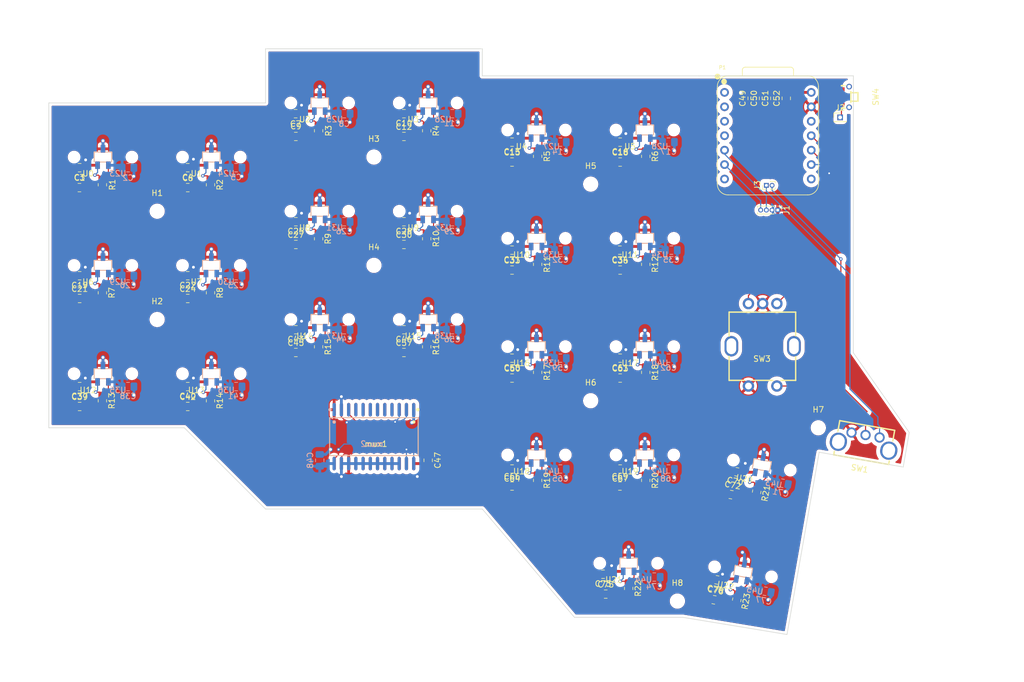
<source format=kicad_pcb>
(kicad_pcb (version 20241229) (generator "pcbnew") (generator_version "9.0")
  (layers (0 "F.Cu" signal) (2 "B.Cu" signal) (13 "F.Paste" user) (15 "B.Paste" user) (5 "F.SilkS" user "F.Silkscreen") (7 "B.SilkS" user "B.Silkscreen") (1 "F.Mask" user) (3 "B.Mask" user) (25 "Edge.Cuts" user))
  (net 0 "")
  (net 1 "GND")
  (net 2 "K0")
  (net 3 "K1")
  (net 4 "K2")
  (net 5 "K3")
  (net 6 "K4")
  (net 7 "K5")
  (net 8 "K6")
  (net 9 "K7")
  (net 10 "K8")
  (net 11 "K9")
  (net 12 "K10")
  (net 13 "K11")
  (net 14 "K12")
  (net 15 "K13")
  (net 16 "K14")
  (net 17 "K15")
  (net 18 "K16")
  (net 19 "K17")
  (net 20 "K18")
  (net 21 "K19")
  (net 22 "K20")
  (net 23 "K21")
  (net 24 "K22")
  (net 25 "SDA")
  (net 26 "encoderBtn1")
  (net 27 "MUX1")
  (net 28 "enco1A")
  (net 29 "S3")
  (net 30 "VBUS")
  (net 32 "S1")
  (net 33 "S2")
  (net 34 "SCL")
  (net 35 "S0")
  (net 36 "enco1B")
  (net 37 "MUX2")
  (net 38 "Net-(U1-VOUT)")
  (net 39 "Net-(U2-VOUT)")
  (net 40 "Net-(U10-VOUT)")
  (net 41 "Net-(U11-VOUT)")
  (net 42 "Net-(U12-VOUT)")
  (net 43 "Net-(U13-VOUT)")
  (net 44 "Net-(U14-VOUT)")
  (net 45 "Net-(U15-VOUT)")
  (net 46 "Net-(U16-VOUT)")
  (net 47 "Net-(U17-VOUT)")
  (net 48 "Net-(U18-VOUT)")
  (net 49 "Net-(U19-VOUT)")
  (net 50 "Net-(U20-VOUT)")
  (net 51 "Net-(U21-VOUT)")
  (net 52 "Net-(U22-VOUT)")
  (net 53 "Net-(U26-VOUT)")
  (net 54 "Net-(U27-VOUT)")
  (net 55 "Net-(U28-VOUT)")
  (net 56 "Net-(U29-VOUT)")
  (net 57 "Net-(U30-VOUT)")
  (net 58 "Net-(U31-VOUT)")
  (net 59 "Net-(U32-VOUT)")
  (net 60 "Net-(U0-VOUT)")
  (net 64 "Net-(J2-Pin_1)")
  (net 66 "Net-(J3-Pin_1)")
  (net 67 "Net-(J3-Pin_2)")
  (footprint "Resistor_SMD:R_0805_2012Metric_Pad1.20x1.40mm_HandSolder" (layer "F.Cu") (at 57 90.5 -90)
    (property "Reference" "R14")
    (property "Value" "10k")
  )
  (footprint "Resistor_SMD:R_0805_2012Metric_Pad1.20x1.40mm_HandSolder" (layer "F.Cu") (at 95 62 -90)
    (property "Reference" "R10")
    (property "Value" "10k")
  )
  (footprint "footprints:SOT-23-3_L2.9-W1.6-P1.90-LS2.8-BR" (layer "F.Cu") (at 57.15 66.675)
    (property "Reference" "U7")
    (property "Value" "HX6659ISO-B")
  )
  (footprint "Capacitor_SMD:C_0805_2012Metric_Pad1.18x1.45mm_HandSolder" (layer "F.Cu") (at 91 63)
    (property "Reference" "C30")
    (property "Value" "100nF")
  )
  (footprint "Resistor_SMD:R_0805_2012Metric_Pad1.20x1.40mm_HandSolder" (layer "F.Cu") (at 130.5 123.5 -90)
    (property "Reference" "R22")
    (property "Value" "10k")
  )
  (footprint "Capacitor_SMD:C_0805_2012Metric_Pad1.18x1.45mm_HandSolder" (layer "F.Cu") (at 53 68.5 180)
    (property "Reference" "C22")
    (property "Value" "100nF")
  )
  (footprint "Capacitor_SMD:C_0805_2012Metric_Pad1.18x1.45mm_HandSolder" (layer "F.Cu") (at 128.9625 105.5)
    (property "Reference" "C69")
    (property "Value" "100nF")
  )
  (footprint "Capacitor_SMD:C_0805_2012Metric_Pad1.18x1.45mm_HandSolder" (layer "F.Cu") (at 129 45 180)
    (property "Reference" "C16")
    (property "Value" "100nF")
  )
  (footprint "Capacitor_SMD:C_0805_2012Metric_Pad1.18x1.45mm_HandSolder" (layer "F.Cu") (at 34 88 180)
    (property "Reference" "C37")
    (property "Value" "100nF")
  )
  (footprint "Capacitor_SMD:C_0805_2012Metric_Pad1.18x1.45mm_HandSolder" (layer "F.Cu") (at 91 59 180)
    (property "Reference" "C28")
    (property "Value" "100nF")
  )
  (footprint "footprints:SOT-23-3_L2.9-W1.6-P1.90-LS2.8-BR" (layer "F.Cu") (at 150.601295 120.571793 -10)
    (property "Reference" "U22")
    (property "Value" "HX6659ISO-B")
  )
  (footprint "Resistor_SMD:R_0805_2012Metric_Pad1.20x1.40mm_HandSolder" (layer "F.Cu") (at 114.5 47.5 -90)
    (property "Reference" "R5")
    (property "Value" "10k")
  )
  (footprint "Resistor_SMD:R_0805_2012Metric_Pad1.20x1.40mm_HandSolder" (layer "F.Cu") (at 149.5 125.5 -100)
    (property "Reference" "R23")
    (property "Value" "10k")
  )
  (footprint "Capacitor_SMD:C_0805_2012Metric_Pad1.18x1.45mm_HandSolder" (layer "F.Cu") (at 149.5 103 170)
    (property "Reference" "C70")
    (property "Value" "100nF")
  )
  (footprint "Resistor_SMD:R_0805_2012Metric_Pad1.20x1.40mm_HandSolder" (layer "F.Cu") (at 153 106.5 -100)
    (property "Reference" "R21")
    (property "Value" "10k")
  )
  (footprint "footprints:SOT-23-3_L2.9-W1.6-P1.90-LS2.8-BR" (layer "F.Cu") (at 153.909293 101.811205 -10)
    (property "Reference" "U20")
    (property "Value" "HX6659ISO-B")
  )
  (footprint "Capacitor_SMD:C_0805_2012Metric_Pad1.18x1.45mm_HandSolder" (layer "F.Cu") (at 129 48.5)
    (property "Reference" "C18")
    (property "Value" "100nF")
  )
  (footprint "Capacitor_SMD:C_0805_2012Metric_Pad1.18x1.45mm_HandSolder" (layer "F.Cu") (at 53 53)
    (property "Reference" "C6")
    (property "Value" "100nF")
  )
  (footprint "Capacitor_SMD:C_0805_2012Metric_Pad1.18x1.45mm_HandSolder" (layer "F.Cu") (at 126.4625 124.5)
    (property "Reference" "C75")
    (property "Value" "100nF")
  )
  (footprint "Capacitor_SMD:C_0805_2012Metric_Pad1.18x1.45mm_HandSolder" (layer "F.Cu") (at 91 82)
    (property "Reference" "C57")
    (property "Value" "100nF")
  )
  (footprint "Capacitor_SMD:C_0805_2012Metric_Pad1.18x1.45mm_HandSolder" (layer "F.Cu") (at 154.2 37.3 90)
    (property "Reference" "C50")
    (property "Value" "100n")
  )
  (footprint "MountingHole:MountingHole_2.2mm_M2" (layer "F.Cu") (at 47.625 57.15)
    (property "Reference" "H1")
    (property "Value" "MountingHole")
  )
  (footprint "Resistor_SMD:R_0805_2012Metric_Pad1.20x1.40mm_HandSolder" (layer "F.Cu") (at 133.5 66.5 -90)
    (property "Reference" "R12")
    (property "Value" "10k")
  )
  (footprint "Capacitor_SMD:C_0805_2012Metric_Pad1.18x1.45mm_HandSolder" (layer "F.Cu") (at 110 105.5)
    (property "Reference" "C66")
    (property "Value" "100nF")
  )
  (footprint "footprints:SOT-23-3_L2.9-W1.6-P1.90-LS2.8-BR" (layer "F.Cu") (at 57.15 47.625)
    (property "Reference" "U1")
    (property "Value" "HX6659ISO-B")
  )
  (footprint "Capacitor_SMD:C_0805_2012Metric_Pad1.18x1.45mm_HandSolder" (layer "F.Cu") (at 72 63)
    (property "Reference" "C27")
    (property "Value" "100nF")
  )
  (footprint "Connector_PinHeader_1.00mm:PinHeader_1x02_P1.00mm_Vertical" (layer "F.Cu") (at 154.7 52.6 90)
    (property "Reference" "J3")
    (property "Value" "Conn_01x02_Socket")
  )
  (footprint "Resistor_SMD:R_0805_2012Metric_Pad1.20x1.40mm_HandSolder" (layer "F.Cu") (at 114.5 66.5 -90)
    (property "Reference" "R11")
    (property "Value" "10k")
  )
  (footprint "footprints:SOT-23-3_L2.9-W1.6-P1.90-LS2.8-BR" (layer "F.Cu") (at 130.4925 119.0625)
    (property "Reference" "U21")
    (property "Value" "HX6659ISO-B")
  )
  (footprint "Capacitor_SMD:C_0805_2012Metric_Pad1.18x1.45mm_HandSolder" (layer "F.Cu") (at 34 68.5 180)
    (property "Reference" "C19")
    (property "Value" "100nF")
  )
  (footprint "Resistor_SMD:R_0805_2012Metric_Pad1.20x1.40mm_HandSolder" (layer "F.Cu") (at 57 71.5 -90)
    (property "Reference" "R8")
    (property "Value" "10k")
  )
  (footprint "Resistor_SMD:R_0805_2012Metric_Pad1.20x1.40mm_HandSolder" (layer "F.Cu") (at 38 90.5 -90)
    (property "Reference" "R13")
    (property "Value" "10k")
  )
  (footprint "footprints:SOT-23-3_L2.9-W1.6-P1.90-LS2.8-BR" (layer "F.Cu") (at 95.25 38.1)
    (property "Reference" "U3")
    (property "Value" "HX6659ISO-B")
  )
  (footprint "Capacitor_SMD:C_0805_2012Metric_Pad1.18x1.45mm_HandSolder" (layer "F.Cu") (at 110 102.5 180)
    (property "Reference" "C64")
    (property "Value" "100nF")
  )
  (footprint "footprints:SOT-23-3_L2.9-W1.6-P1.90-LS2.8-BR" (layer "F.Cu") (at 114.3 80.9625)
    (property "Reference" "U16")
    (property "Value" "HX6659ISO-B")
  )
  (footprint "footprints:SW-TH_EC10EXXXXXXX" (layer "F.Cu") (at 171.959655 97.50092 170)
    (property "Reference" "SW1")
    (property "Value" "~")
  )
  (footprint "Resistor_SMD:R_0805_2012Metric_Pad1.20x1.40mm_HandSolder" (layer "F.Cu") (at 76 43 -90)
    (property "Reference" "R3")
    (property "Value" "10k")
  )
  (footprint "Capacitor_SMD:C_0805_2012Metric_Pad1.18x1.45mm_HandSolder" (layer "F.Cu") (at 126 121 180)
    (property "Reference" "C73")
    (property "Value" "100nF")
  )
  (footprint "footprints:SOT-23-3_L2.9-W1.6-P1.90-LS2.8-BR" (layer "F.Cu") (at 133.35 42.8625)
    (property "Reference" "U5")
    (property "Value" "HX6659ISO-B")
  )
  (footprint "Capacitor_SMD:C_0805_2012Metric_Pad1.18x1.45mm_HandSolder" (layer "F.Cu") (at 148.5 107 -10)
    (property "Reference" "C72")
    (property "Value" "100nF")
  )
  (footprint "Capacitor_SMD:C_0805_2012Metric_Pad1.18x1.45mm_HandSolder" (layer "F.Cu") (at 129 83 180)
    (property "Reference" "C61")
    (property "Value" "100nF")
  )
  (footprint "Capacitor_SMD:C_0805_2012Metric_Pad1.18x1.45mm_HandSolder" (layer "F.Cu") (at 91 78 180)
    (property "Reference" "C46")
    (property "Value" "100nF")
  )
  (footprint "footprints:SOT-23-3_L2.9-W1.6-P1.90-LS2.8-BR" (layer "F.Cu") (at 38.1 47.625)
    (property "Reference" "U0")
    (property "Value" "HX6659ISO-B")
  )
  (footprint "Capacitor_SMD:C_0805_2012Metric_Pad1.18x1.45mm_HandSolder" (layer "F.Cu") (at 91 44)
    (property "Reference" "C12")
    (property "Value" "100nF")
  )
  (footprint "footprints:SOT-23-3_L2.9-W1.6-P1.90-LS2.8-BR" (layer "F.Cu") (at 114.3 42.8625)
    (property "Reference" "U4")
    (property "Value" "HX6659ISO-B")
  )
  (footprint "Capacitor_SMD:C_0805_2012Metric_Pad1.18x1.45mm_HandSolder" (layer "F.Cu") (at 145.5 125.5 -10)
    (property "Reference" "C78")
    (property "Value" "100nF")
  )
  (footprint "Resistor_SMD:R_0805_2012Metric_Pad1.20x1.40mm_HandSolder" (layer "F.Cu") (at 57 52.5 -90)
    (property "Reference" "R2")
    (property "Value" "10k")
  )
  (footprint "Capacitor_SMD:C_0805_2012Metric_Pad1.18x1.45mm_HandSolder" (layer "F.Cu") (at 53 91.5)
    (property "Reference" "C42")
    (property "Value" "100nF")
  )
  (footprint "Connector_PinHeader_1.00mm:PinHeader_1x04_P1.00mm_Vertical" (layer "F.Cu") (at 156.7 56.95 -90)
    (property "Reference" "J1")
    (property "Value" "Display conector")
  )
  (footprint "footprints:XIAO-nRF52840-DIP-Bare" (layer "F.Cu") (at 154.97 43.87)
    (property "Reference" "P1")
    (property "Value" "Xiao nRF52840")
  )
  (footprint "Capacitor_SMD:C_0805_2012Metric_Pad1.18x1.45mm_HandSolder" (layer "F.Cu") (at 146 122 170)
    (property "Reference" "C76")
    (property "Value" "100nF")
  )
  (footprint "Capacitor_SMD:C_0805_2012Metric_Pad1.18x1.45mm_HandSolder" (layer "F.Cu") (at 71.9625 40 180)
    (property "Reference" "C7")
    (property "Value" "100nF")
  )
  (footprint "Resistor_SMD:R_0805_2012Metric_Pad1.20x1.40mm_HandSolder" (layer "F.Cu") (at 133.5 47.5 -90)
    (property "Reference" "R6")
    (property "Value" "10k")
  )
  (footprint "Capacitor_SMD:C_0805_2012Metric_Pad1.18x1.45mm_HandSolder" (layer "F.Cu") (at 34 49.5 180)
    (property "Reference" "C1")
    (property "Value" "100nF")
  )
  (footprint "footprints:SOT-23-3_L2.9-W1.6-P1.90-LS2.8-BR" (layer "F.Cu") (at 95.25 76.2)
    (property "Reference" "U15")
    (property "Value" "HX6659ISO-B")
  )
  (footprint "Capacitor_SMD:C_0805_2012Metric_Pad1.18x1.45mm_HandSolder" (layer "F.Cu") (at 156.19 37.3 90)
    (property "Reference" "C51")
    (property "Value" "100n")
  )
  (footprint "Capacitor_SMD:C_0805_2012Metric_Pad1.18x1.45mm_HandSolder" (layer "F.Cu") (at 129 102.5 180)
    (property "Reference" "C67")
    (property "Value" "100nF")
  )
  (footprint "footprints:SOT-23-3_L2.9-W1.6-P1.90-LS2.8-BR" (layer "F.Cu") (at 38.1 66.675)
    (property "Reference" "U6")
    (property "Value" "HX6659ISO-B")
  )
  (footprint "MountingHole:MountingHole_2.2mm_M2" (layer "F.Cu") (at 163.83 95.25)
    (property "Reference" "H7")
    (property "Value" "MountingHole")
  )
  (footprint "footprints:SOT-23-3_L2.9-W1.6-P1.90-LS2.8-BR" (layer "F.Cu") (at 133.35 100.0125)
    (property "Reference" "U19")
    (property "Value" "HX6659ISO-B")
  )
  (footprint "Resistor_SMD:R_0805_2012Metric_Pad1.20x1.40mm_HandSolder" (layer "F.Cu") (at 76 62 -90)
    (property "Reference" "R9")
    (property "Value" "10k")
  )
  (footprint "Capacitor_SMD:C_0805_2012Metric_Pad1.18x1.45mm_HandSolder" (layer "F.Cu") (at 72 44)
    (property "Reference" "C9")
    (property "Value" "100nF")
  )
  (footprint "footprints:SOT-23-3_L2.9-W1.6-P1.90-LS2.8-BR" (layer "F.Cu") (at 76.2 76.2)
    (property "Reference" "U14")
    (property "Value" "HX6659ISO-B")
  )
  (footprint "Capacitor_SMD:C_0805_2012Metric_Pad1.18x1.45mm_HandSolder" (layer "F.Cu") (at 72 59 180)
    (property "Reference" "C25")
    (property "Value" "100nF")
  )
  (footprint "MountingHole:MountingHole_2.2mm_M2" (layer "F.Cu") (at 85.725 66.675)
    (property "Reference" "H4")
    (property "Value" "MountingHole")
  )
  (footprint "Resistor_SMD:R_0805_2012Metric_Pad1.20x1.40mm_HandSolder" (layer "F.Cu") (at 76 81 -90)
    (property "Reference" "R15")
    (property "Value" "10k")
  )
  (footprint "Resistor_SMD:R_0805_2012Metric_Pad1.20x1.40mm_HandSolder" (layer "F.Cu") (at 95 43 -90)
    (property "Reference" "R4")
    (property "Value" "10k")
  )
  (footprint "MountingHole:MountingHole_2.2mm_M2" (layer "F.Cu") (at 123.825 90.4875)
    (property "Reference" "H6")
    (property "Value" "MountingHole")
  )
  (footprint "Resistor_SMD:R_0805_2012Metric_Pad1.20x1.40mm_HandSolder" (layer "F.Cu") (at 38 71.5 -90)
    (property "Reference" "R7")
    (property "Value" "10k")
  )
  (footprint "Capacitor_SMD:C_0805_2012Metric_Pad1.18x1.45mm_HandSolder" (layer "F.Cu") (at 110 48.5)
    (property "Reference" "C15")
    (property "Value" "100nF")
  )
  (footprint "Capacitor_SMD:C_0805_2012Metric_Pad1.18x1.45mm_HandSolder" (layer "F.Cu") (at 129 67.5)
    (property "Reference" "C36")
    (property "Value" "100nF")
  )
  (footprint "Capacitor_SMD:C_0805_2012Metric_Pad1.18x1.45mm_HandSolder" (layer "F.Cu") (at 110 86.5)
    (property "Reference" "C60")
    (property "Value" "100nF")
  )
  (footprint "footprints:SOT-23-3_L2.9-W1.6-P1.90-LS2.8-BR" (layer "F.Cu") (at 76.2 57.15)
    (property "Reference" "U8")
    (property "Value" "HX6659ISO-B")
  )
  (footprint "MountingHole:MountingHole_2.2mm_M2" (layer "F.Cu") (at 139.065 125.73)
    (property "Reference" "H8")
    (property "Value" "MountingHole")
  )
  (footprint "footprints:SOT-23-3_L2.9-W1.6-P1.90-LS2.8-BR" (layer "F.Cu") (at 76.2 38.1)
    (property "Reference" "U2")
    (property "Value" "HX6659ISO-B")
  )
  (footprint "Capacitor_SMD:C_0805_2012Metric_Pad1.18x1.45mm_HandSolder" (layer "F.Cu") (at 72 82)
    (property "Reference" "C45")
    (property "Value" "100nF")
  )
  (footprint "Capacitor_SMD:C_0805_2012Metric_Pad1.18x1.45mm_HandSolder" (layer "F.Cu") (at 53 49.5 180)
    (property "Reference" "C4")
    (property "Value" "100nF")
  )
  (footprint "footprints:SW-SMD_TCEPQR" (layer "F.Cu") (at 168.84 37.055 -90)
    (property "Reference" "SW4")
    (property "Value" "~")
  )
  (footprint "Resistor_SMD:R_0805_2012Metric_Pad1.20x1.40mm_HandSolder" (layer "F.Cu") (at 114.5 104.5 -90)
    (property "Reference" "R19")
    (property "Value" "10k")
  )
  (footprint "footprints:SOT-23-3_L2.9-W1.6-P1.90-LS2.8-BR" (layer "F.Cu") (at 38.1 85.725)
    (property "Reference" "U12")
    (property "Value" "HX6659ISO-B")
  )
  (footprint "footprints:SOIC-24_L15.4-W7.5-P1.27-LS10.3-BL" (layer "F.Cu") (at 85.725 96.8 180)
    (property "Reference" "mux1")
    (property "Value" "CD74HC4067M96")
  )
  (footprint "footprints:SOT-23-3_L2.9-W1.6-P1.90-LS2.8-BR" (layer "F.Cu") (at 114.3 100.0125)
    (property "Reference" "U18")
    (property "Value" "HX6659ISO-B")
  )
  (footprint "Capacitor_SMD:C_0805_2012Metric_Pad1.18x1.45mm_HandSolder" (layer "F.Cu") (at 91 40 180)
    (property "Reference" "C10")
    (property "Value" "100nF")
  )
  (footprint "MountingHole:MountingHole_2.2mm_M2" (layer "F.Cu") (at 85.725 47.625)
    (property "Reference" "H3")
    (property "Value" "MountingHole")
  )
  (footprint "Capacitor_SMD:C_0805_2012Metric_Pad1.18x1.45mm_HandSolder" (layer "F.Cu") (at 158.2 37.3 90)
    (property "Reference" "C52")
    (property "Value" "100n")
  )
  (footprint "Connector_PinHeader_1.27mm:PinHeader_1x01_P1.27mm_Vertical" (layer "F.Cu") (at 167.67 40.645)
    (property "Reference" "J2")
    (property "Value" "Conn_01x01_Socket")
  )
  (footprint "Capacitor_SMD:C_0805_2012Metric_Pad1.18x1.45mm_HandSolder" (layer "F.Cu") (at 152.2 37.3 90)
    (property "Reference" "C49")
    (property "Value" "100n")
  )
  (footprint "Capacitor_SMD:C_0805_2012Metric_Pad1.18x1.45mm_HandSolder" (layer "F.Cu") (at 53 88 180)
    (property "Reference" "C40")
    (property "Value" "100nF")
  )
  (footprint "footprints:SW-TH_EC11NXXXX" (layer "F.Cu") (at 153.95 80.9 180)
    (property "Reference" "SW3")
    (property "Value" "EC11N1520401")
  )
  (footprint "Resistor_SMD:R_0805_2012Metric_Pad1.20x1.40mm_HandSolder" (layer "F.Cu") (at 38 52.5 -90)
    (property "Reference" "R1")
    (property "Value" "10k")
  )
  (footprint "footprints:SOT-23-3_L2.9-W1.6-P1.90-LS2.8-BR" (layer "F.Cu") (at 114.3 61.9125)
    (property "Reference" "U10")
    (property "Value" "HX6659ISO-B")
  )
  (footprint "Resistor_SMD:R_0805_2012Metric_Pad1.20x1.40mm_HandSolder" (layer "F.Cu") (at 95 81 -90)
    (property "Reference" "R16")
    (property "Value" "10k")
  )
  (footprint "footprints:SOT-23-3_L2.9-W1.6-P1.90-LS2.8-BR" (layer "F.Cu") (at 57.15 85.725)
    (property "Reference" "U13")
    (property "Value" "HX6659ISO-B")
  )
  (footprint "MountingHole:MountingHole_2.2mm_M2" (layer "F.Cu") (at 47.625 76.2)
    (property "Reference" "H2")
    (property "Value" "MountingHole")
  )
  (footprint "Capacitor_SMD:C_0805_2012Metric_Pad1.18x1.45mm_HandSolder" (layer "F.Cu") (at 33.9625 53)
    (property "Reference" "C3")
    (property "Value" "100nF")
  )
  (footprint "Resistor_SMD:R_0805_2012Metric_Pad1.20x1.40mm_HandSolder" (layer "F.Cu") (at 133.5 104.5 -90)
    (property "Reference" "R20")
    (property "Value" "10k")
  )
  (footprint "Resistor_SMD:R_0805_2012Metric_Pad1.20x1.40mm_HandSolder" (layer "F.Cu") (at 114.5 85.5 -90)
    (property "Reference" "R17")
    (property "Value" "10k")
  )
  (footprint "Capacitor_SMD:C_0805_2012Metric_Pad1.18x1.45mm_HandSolder" (layer "F.Cu") (at 95.25 100.965 -90)
    (property "Reference" "C47")
    (property "Value" "100n")
  )
  (footprint "footprints:SOT-23-3_L2.9-W1.6-P1.90-LS2.8-BR" (layer "F.Cu") (at 95.25 57.15)
    (property "Reference" "U9")
    (property "Value" "HX6659ISO-B")
  )
  (footprint "Capacitor_SMD:C_0805_2012Metric_Pad1.18x1.45mm_HandSolder" (layer "F.Cu") (at 110 45 180)
    (property "Reference" "C13")
    (property "Value" "100nF")
  )
  (footprint "Capacitor_SMD:C_0805_2012Metric_Pad1.18x1.45mm_HandSolder" (layer "F.Cu") (at 72 78 180)
    (property "Reference" "C43")
    (property "Value" "100nF")
  )
  (footprint "MountingHole:MountingHole_2.2mm_M2" (layer "F.Cu") (at 123.825 52.3875)
    (property "Reference" "H5")
    (property "Value" "MountingHole")
  )
  (footprint "Resistor_SMD:R_0805_2012Metric_Pad1.20x1.40mm_HandSolder" (layer "F.Cu") (at 133.5 85.5 -90)
    (property "Reference" "R18")
    (property "Value" "10k")
  )
  (footprint "Capacitor_SMD:C_0805_2012Metric_Pad1.18x1.45mm_HandSolder" (layer "F.Cu") (at 128.9625 64 180)
    (property "Reference" "C34")
    (property "Value" "100nF")
  )
  (footprint "Capacitor_SMD:C_0805_2012Metric_Pad1.18x1.45mm_HandSolder" (layer "F.Cu") (at 34 91.5)
    (property "Reference" "C39")
    (property "Value" "100nF")
  )
  (footprint "Capacitor_SMD:C_0805_2012Metric_Pad1.18x1.45mm_HandSolder" (layer "F.Cu") (at 110 64 180)
    (property "Reference" "C31")
    (property "Value" "100nF")
  )
  (footprint "Capacitor_SMD:C_0805_2012Metric_Pad1.18x1.45mm_HandSolder" (layer "F.Cu") (at 53 72.5)
    (property "Reference" "C24")
    (property "Value" "100nF")
  )
  (footprint "footprints:SOT-23-3_L2.9-W1.6-P1.90-LS2.8-BR" (layer "F.Cu") (at 133.35 61.9125)
    (property "Reference" "U11")
    (property "Value" "HX6659ISO-B")
  )
  (footprint "Capacitor_SMD:C_0805_2012Metric_Pad1.18x1.45mm_HandSolder" (layer "F.Cu") (at 110 83 180)
    (property "Reference" "C58")
    (property "Value" "100nF")
  )
  (footprint "Capacitor_SMD:C_0805_2012Metric_Pad1.18x1.45mm_HandSolder" (layer "F.Cu") (at 129 86.5)
    (property "Reference" "C63")
    (property "Value" "100nF")
  )
  (footprint "Capacitor_SMD:C_0805_2012Metric_Pad1.18x1.45mm_HandSolder" (layer "F.Cu") (at 34 72.5)
    (property "Reference" "C21")
    (property "Value" "100nF")
  )
  (footprint "Capacitor_SMD:C_0805_2012Metric_Pad1.18x1.45mm_HandSolder" (layer "F.Cu") (at 110 67.5)
    (property "Reference" "C33")
    (property "Value" "100nF")
  )
  (footprint "footprints:SOT-23-3_L2.9-W1.6-P1.90-LS2.8-BR" (layer "F.Cu") (at 133.35 80.9625)
    (property "Reference" "U17")
    (property "Value" "HX6659ISO-B")
  )
  (footprint "Capacitor_SMD:C_0805_2012Metric_Pad1.18x1.45mm_HandSolder" (layer "B.Cu") (at 42.5 88)
    (property "Reference" "C38")
    (property "Value" "100nF")
  )
  (footprint "Capacitor_SMD:C_0805_2012Metric_Pad1.18x1.45mm_HandSolder" (layer "B.Cu") (at 137.5 102.5)
    (property "Reference" "C68")
    (property "Value" "100nF")
  )
  (footprint "Capacitor_SMD:C_0805_2012Metric_Pad1.18x1.45mm_HandSolder" (layer "B.Cu") (at 99.5 59)
    (property "Reference" "C29")
    (property "Value" "100nF")
  )
  (footprint "Capacitor_SMD:C_0805_2012Metric_Pad1.18x1.45mm_HandSolder" (layer "B.Cu") (at 118.5 64)
    (property "Reference" "C32")
    (property "Value" "100nF")
  )
  (footprint "Capacitor_SMD:C_0805_2012Metric_Pad1.18x1.45mm_HandSolder" (layer "B.Cu") (at 138 64)
    (property "Reference" "C35")
    (property "Value" "100nF")
  )
  (footprint "Capacitor_SMD:C_0805_2012Metric_Pad1.18x1.45mm_HandSolder" (layer "B.Cu") (at 99.5 40)
    (property "Reference" "C11")
    (property "Value" "100nF")
  )
  (footprint "footprints:SOT-23-3_L2.9-W1.6-P1.90-LS2.8-BR" (layer "B.Cu") (at 114.3 42.8625 180)
    (property "Reference" "U27")
    (property "Value" "HX6659ISO-B")
  )
  (footprint "footprints:SOT-23-3_L2.9-W1.6-P1.90-LS2.8-BR" (layer "B.Cu") (at 133.35 80.9625 180)
    (property "Reference" "U40")
    (property "Value" "HX6659ISO-B")
  )
  (footprint "Capacitor_SMD:C_0805_2012Metric_Pad1.18x1.45mm_HandSolder" (layer "B.Cu") (at 42.5 49.5)
    (property "Reference" "C2")
    (property "Value" "100nF")
  )
  (footprint "footprints:SOT-23-3_L2.9-W1.6-P1.90-LS2.8-BR" (layer "B.Cu") (at 150.601295 120.571793 170)
    (property "Reference" "U45")
    (property "Value" "HX6659ISO-B")
  )
  (footprint "footprints:SOT-23-3_L2.9-W1.6-P1.90-LS2.8-BR" (layer "B.Cu") (at 76.2 76.2 180)
    (property "Reference" "U37")
    (property "Value" "HX6659ISO-B")
  )
  (footprint "footprints:SOT-23-3_L2.9-W1.6-P1.90-LS2.8-BR" (layer "B.Cu") (at 133.35 61.9125 180)
    (property "Reference" "U34")
    (property "Value" "HX6659ISO-B")
  )
  (footprint "Capacitor_SMD:C_0805_2012Metric_Pad1.18x1.45mm_HandSolder" (layer "B.Cu") (at 154.5 124 -10)
    (property "Reference" "C77")
    (property "Value" "100nF")
  )
  (footprint "footprints:SOT-23-3_L2.9-W1.6-P1.90-LS2.8-BR" (layer "B.Cu") (at 57.15 85.725 180)
    (property "Reference" "U36")
    (property "Value" "HX6659ISO-B")
  )
  (footprint "Capacitor_SMD:C_0805_2012Metric_Pad1.18x1.45mm_HandSolder" (layer "B.Cu") (at 61.5 88)
    (property "Reference" "C41")
    (property "Value" "100nF")
  )
  (footprint "footprints:SOT-23-3_L2.9-W1.6-P1.90-LS2.8-BR" (layer "B.Cu") (at 76.2 57.15 180)
    (property "Reference" "U31")
    (property "Value" "HX6659ISO-B")
  )
  (footprint "footprints:SOT-23-3_L2.9-W1.6-P1.90-LS2.8-BR" (layer "B.Cu") (at 130.4925 119.0625 180)
    (property "Reference" "U44")
    (property "Value" "HX6659ISO-B")
  )
  (footprint "Capacitor_SMD:C_0805_2012Metric_Pad1.18x1.45mm_HandSolder" (layer "B.Cu") (at 157.5 105 -10)
    (property "Reference" "C71")
    (property "Value" "100nF")
  )
  (footprint "Capacitor_SMD:C_0805_2012Metric_Pad1.18x1.45mm_HandSolder" (layer "B.Cu") (at 61.5 49.5)
    (property "Reference" "C5")
    (property "Value" "100nF")
  )
  (footprint "footprints:SOT-23-3_L2.9-W1.6-P1.90-LS2.8-BR" (layer "B.Cu") (at 38.1 47.625 180)
    (property "Reference" "U23")
    (property "Value" "HX6659ISO-B")
  )
  (footprint "Capacitor_SMD:C_0805_2012Metric_Pad1.18x1.45mm_HandSolder" (layer "B.Cu") (at 76.2 100.965 -90)
    (property "Reference" "C48")
    (property "Value" "100n")
  )
  (footprint "Capacitor_SMD:C_0805_2012Metric_Pad1.18x1.45mm_HandSolder" (layer "B.Cu") (at 80.5 78)
    (property "Reference" "C44")
    (property "Value" "100nF")
  )
  (footprint "footprints:SOT-23-3_L2.9-W1.6-P1.90-LS2.8-BR" (layer "B.Cu") (at 95.25 57.15 180)
    (property "Reference" "U32")
    (property "Value" "HX6659ISO-B")
  )
  (footprint "Capacitor_SMD:C_0805_2012Metric_Pad1.18x1.45mm_HandSolder" (layer "B.Cu") (at 135 121.5)
    (property "Reference" "C74")
    (property "Value" "100nF")
  )
  (footprint "Capacitor_SMD:C_0805_2012Metric_Pad1.18x1.45mm_HandSolder" (layer "B.Cu") (at 118.5 102.5)
    (property "Reference" "C65")
    (property "Value" "100nF")
  )
  (footprint "footprints:SOT-23-3_L2.9-W1.6-P1.90-LS2.8-BR" (layer "B.Cu") (at 95.25 76.2 180)
    (property "Reference" "U38")
    (property "Value" "HX6659ISO-B")
  )
  (footprint "footprints:SOT-23-3_L2.9-W1.6-P1.90-LS2.8-BR" (layer "B.Cu") (at 133.35 100.0125 180)
    (property "Reference" "U42")
    (property "Value" "HX6659ISO-B")
  )
  (footprint "Capacitor_SMD:C_0805_2012Metric_Pad1.18x1.45mm_HandSolder" (layer "B.Cu") (at 80.5 40)
    (property "Reference" "C8")
    (property "Value" "100nF")
  )
  (footprint "Capacitor_SMD:C_0805_2012Metric_Pad1.18x1.45mm_HandSolder" (layer "B.Cu") (at 99.5 78)
    (property "Reference" "C56")
    (property "Value" "100nF")
  )
  (footprint "Capacitor_SMD:C_0805_2012Metric_Pad1.18x1.45mm_HandSolder" (layer "B.Cu") (at 80.5 59)
    (property "Reference" "C26")
    (property "Value" "100nF")
  )
  (footprint "Capacitor_SMD:C_0805_2012Metric_Pad1.18x1.45mm_HandSolder" (layer "B.Cu") (at 118.5 83)
    (property "Reference" "C59")
    (property "Value" "100nF")
  )
  (footprint "footprints:SOT-23-3_L2.9-W1.6-P1.90-LS2.8-BR" (layer "B.Cu") (at 57.15 47.625 180)
    (property "Reference" "U24")
    (property "Value" "HX6659ISO-B")
  )
  (footprint "Capacitor_SMD:C_0805_2012Metric_Pad1.18x1.45mm_HandSolder" (layer "B.Cu") (at 137.5 83)
    (property "Reference" "C62")
    (property "Value" "100nF")
  )
  (footprint "footprints:SOIC-24_L15.4-W7.5-P1.27-LS10.3-BL" (layer "B.Cu") (at 85.725 96.8)
    (property "Reference" "mux2")
    (property "Value" "CD74HC4067M96")
  )
  (footprint "Capacitor_SMD:C_0805_2012Metric_Pad1.18x1.45mm_HandSolder" (layer "B.Cu") (at 118.5 45)
    (property "Reference" "C14")
    (property "Value" "100nF")
  )
  (footprint "footprints:SOT-23-3_L2.9-W1.6-P1.90-LS2.8-BR" (layer "B.Cu") (at 95.25 38.1 180)
    (property "Reference" "U26")
    (property "Value" "HX6659ISO-B")
  )
  (footprint "footprints:SOT-23-3_L2.9-W1.6-P1.90-LS2.8-BR" (layer "B.Cu") (at 38.1 85.725 180)
    (property "Reference" "U35")
    (property "Value" "HX6659ISO-B")
  )
  (footprint "Capacitor_SMD:C_0805_2012Metric_Pad1.18x1.45mm_HandSolder" (layer "B.Cu") (at 42.5 68.5)
    (property "Reference" "C20")
    (property "Value" "100nF")
  )
  (footprint "footprints:SOT-23-3_L2.9-W1.6-P1.90-LS2.8-BR" (layer "B.Cu") (at 114.3 61.9125 180)
    (property "Reference" "U33")
    (property "Value" "HX6659ISO-B")
  )
  (footprint "footprints:SOT-23-3_L2.9-W1.6-P1.90-LS2.8-BR" (layer "B.Cu") (at 133.35 42.8625 180)
    (property "Reference" "U28")
    (property "Value" "HX6659ISO-B")
  )
  (footprint "Capacitor_SMD:C_0805_2012Metric_Pad1.18x1.45mm_HandSolder" (layer "B.Cu") (at 61.5 68.5)
    (property "Reference" "C23")
    (property "Value" "100nF")
  )
  (footprint "footprints:SOT-23-3_L2.9-W1.6-P1.90-LS2.8-BR" (layer "B.Cu") (at 76.2 38.1 180)
    (property "Reference" "U25")
    (property "Value" "HX6659ISO-B")
  )
  (footprint "footprints:SOT-23-3_L2.9-W1.6-P1.90-LS2.8-BR" (layer "B.Cu") (at 38.1 66.675 180)
    (property "Reference" "U29")
    (property "Value" "HX6659ISO-B")
  )
  (footprint "Capacitor_SMD:C_0805_2012Metric_Pad1.18x1.45mm_HandSolder" (layer "B.Cu") (at 137.5 45)
    (property "Reference" "C17")
    (property "Value" "100nF")
  )
  (footprint "footprints:SOT-23-3_L2.9-W1.6-P1.90-LS2.8-BR" (layer "B.Cu") (at 114.3 80.9625 180)
    (property "Reference" "U39")
    (property "Value" "HX6659ISO-B")
  )
  (footprint "footprints:SOT-23-3_L2.9-W1.6-P1.90-LS2.8-BR" (layer "B.Cu") (at 153.909293 101.811205 170)
    (property "Reference" "U43")
    (property "Value" "HX6659ISO-B")
  )
  (footprint "footprints:SOT-23-3_L2.9-W1.6-P1.90-LS2.8-BR" (layer "B.Cu") (at 57.15 66.675 180)
    (property "Reference" "U30")
    (property "Value" "HX6659ISO-B")
  )
  (footprint "footprints:SOT-23-3_L2.9-W1.6-P1.90-LS2.8-BR" (layer "B.Cu") (at 114.3 100.0125 180)
    (property "Reference" "U41")
    (property "Value" "HX6659ISO-B")
  )
  (gr_line (start 158.3275 131.605) (end 163.9825 99.5475) (stroke (width 0.1)) (layer "Edge.Cuts"))
  (gr_line (start 142.875 33.3375) (end 170 33.3375) (stroke (width 0.1)) (layer "Edge.Cuts"))
  (gr_line (start 28.575 38.1) (end 28.575 95.25) (stroke (width 0.1)) (layer "Edge.Cuts"))
  (gr_line (start 66.675 38.1) (end 66.675 28.575) (stroke (width 0.1)) (layer "Edge.Cuts"))
  (gr_line (start 179.815 96.0725) (end 169.9925 82.05) (stroke (width 0.1)) (layer "Edge.Cuts"))
  (gr_line (start 170 33.3375) (end 169.9925 82.05) (stroke (width 0.1)) (layer "Edge.Cuts"))
  (gr_line (start 104.775 28.575) (end 104.775 33.3375) (stroke (width 0.1)) (layer "Edge.Cuts"))
  (gr_line (start 120.9675 128.5875) (end 104.775 109.5375) (stroke (width 0.1)) (layer "Edge.Cuts"))
  (gr_line (start 104.775 109.5375) (end 66.6775 109.537) (stroke (width 0.1)) (layer "Edge.Cuts"))
  (gr_line (start 66.675 28.575) (end 104.775 28.575) (stroke (width 0.1)) (layer "Edge.Cuts"))
  (gr_line (start 28.575 38.1) (end 66.675 38.1) (stroke (width 0.1)) (layer "Edge.Cuts"))
  (gr_line (start 120.9675 128.5875) (end 140.0175 128.5875) (stroke (width 0.1)) (layer "Edge.Cuts"))
  (gr_line (start 52.4 95.25) (end 28.575 95.25) (stroke (width 0.1)) (layer "Edge.Cuts"))
  (gr_line (start 104.775 33.3375) (end 142.875 33.3375) (stroke (width 0.1)) (layer "Edge.Cuts"))
  (gr_line (start 140.0175 128.5875) (end 158.3275 131.605) (stroke (width 0.1)) (layer "Edge.Cuts"))
  (gr_line (start 163.98 99.5475) (end 178.755 102.15) (stroke (width 0.1)) (layer "Edge.Cuts"))
  (gr_line (start 66.6775 109.537) (end 52.4 95.25) (stroke (width 0.1)) (layer "Edge.Cuts"))
  (gr_line (start 178.755 102.15) (end 179.815 96.0725) (stroke (width 0.1)) (layer "Edge.Cuts"))
  (via (at 119.5 104) (size 0.8) (drill 0.5) (layers "F.Cu" "B.Cu") (net 1))
  (via (at 119.5 65.5) (size 0.8) (drill 0.5) (layers "F.Cu" "B.Cu") (net 1))
  (via (at 43.5 89.5) (size 0.8) (drill 0.5) (layers "F.Cu" "B.Cu") (net 1))
  (via (at 100.5 41.5) (size 0.8) (drill 0.5) (layers "F.Cu" "B.Cu") (net 1))
  (via (at 43.5 70) (size 0.8) (drill 0.5) (layers "F.Cu" "B.Cu") (net 1))
  (via (at 158 106.5) (size 0.8) (drill 0.5) (layers "F.Cu" "B.Cu") (net 1))
  (via (at 78.105 99.06) (size 0.8) (drill 0.5) (layers "F.Cu" "B.Cu") (net 1))
  (via (at 80.009954 103.834991) (size 0.8) (drill 0.5) (layers "F.Cu" "B.Cu") (net 1))
  (via (at 76.2 35.2425) (size 0.8) (drill 0.5) (layers "F.Cu" "B.Cu") (net 1))
  (via (at 136 123) (size 0.8) (drill 0.5) (layers "F.Cu" "B.Cu") (net 1))
  (via (at 138.5 46.5) (size 0.8) (drill 0.5) (layers "F.Cu" "B.Cu") (net 1))
  (via (at 100.5 79.5) (size 0.8) (drill 0.5) (layers "F.Cu" "B.Cu") (net 1))
  (via (at 81.5 41.5) (size 0.8) (drill 0.5) (layers "F.Cu" "B.Cu") (net 1))
  (via (at 38.1 82.8675) (size 0.8) (drill 0.5) (layers "F.Cu" "B.Cu") (net 1))
  (via (at 62.5 89.5) (size 0.8) (drill 0.5) (layers "F.Cu" "B.Cu") (net 1))
  (via (at 114.3 78.105) (size 0.8) (drill 0.5) (layers "F.Cu" "B.Cu") (net 1))
  (via (at 81.5 79.5) (size 0.8) (drill 0.5) (layers "F.Cu" "B.Cu") (net 1))
  (via (at 76.2 73.3425) (size 0.8) (drill 0.5) (layers "F.Cu" "B.Cu") (net 1))
  (via (at 57.15 82.8675) (size 0.8) (drill 0.5) (layers "F.Cu" "B.Cu") (net 1))
  (via (at 139 65.5) (size 0.8) (drill 0.5) (layers "F.Cu" "B.Cu") (net 1))
  (via (at 57.15 63.8175) (size 0.8) (drill 0.5) (layers "F.Cu" "B.Cu") (net 1))
  (via (at 57.15 44.7675) (size 0.8) (drill 0.5) (layers "F.Cu" "B.Cu") (net 1))
  (via (at 95.25 35.2425) (size 0.8) (drill 0.5) (layers "F.Cu" "B.Cu") (net 1))
  (via (at 133.35 59.055) (size 0.8) (drill 0.5) (layers "F.Cu" "B.Cu") (net 1))
  (via (at 138.5 84.5) (size 0.8) (drill 0.5) (layers "F.Cu" "B.Cu") (net 1))
  (via (at 62.5 51) (size 0.8) (drill 0.5) (layers "F.Cu" "B.Cu") (net 1))
  (via (at 133.35 78.105) (size 0.8) (drill 0.5) (layers "F.Cu" "B.Cu") (net 1))
  (via (at 150.495 117.1575) (size 0.8) (drill 0.5) (layers "F.Cu" "B.Cu") (net 1))
  (via (at 100.5 60.5) (size 0.8) (drill 0.5) (layers "F.Cu" "B.Cu") (net 1))
  (via (at 80.004547 89.765039) (size 0.8) (drill 0.5) (layers "F.Cu" "B.Cu") (net 1))
  (via (at 154.305 99.06) (size 0.8) (drill 0.5) (layers "F.Cu" "B.Cu") (net 1))
  (via (at 114.3 40.005) (size 0.8) (drill 0.5) (layers "F.Cu" "B.Cu") (net 1))
  (via (at 76.2 54.2925) (size 0.8) (drill 0.5) (layers "F.Cu" "B.Cu") (net 1))
  (via (at 38.1 63.8175) (size 0.8) (drill 0.5) (layers "F.Cu" "B.Cu") (net 1))
  (via (at 38.1 44.7675) (size 0.8) (drill 0.5) (layers "F.Cu" "B.Cu") (net 1))
  (via (at 62.5 70) (size 0.8) (drill 0.5) (layers "F.Cu" "B.Cu") (net 1))
  (via (at 92.388041 94.315854) (size 0.8) (drill 0.5) (layers "F.Cu" "B.Cu") (net 1))
  (via (at 81.5 60.5) (size 0.8) (drill 0.5) (layers "F.Cu" "B.Cu") (net 1))
  (via (at 114.3 59.055) (size 0.8) (drill 0.5) (layers "F.Cu" "B.Cu") (net 1))
  (via (at 130.4925 116.205) (size 0.8) (drill 0.5) (layers "F.Cu" "B.Cu") (net 1))
  (via (at 119.5 46.5) (size 0.8) (drill 0.5) (layers "F.Cu" "B.Cu") (net 1))
  (via (at 119.5 84.5) (size 0.8) (drill 0.5) (layers "F.Cu" "B.Cu") (net 1))
  (via (at 95.25 54.2925) (size 0.8) (drill 0.5) (layers "F.Cu" "B.Cu") (net 1))
  (via (at 114.3 97.155) (size 0.8) (drill 0.5) (layers "F.Cu" "B.Cu") (net 1))
  (via (at 155 125.5) (size 0.8) (drill 0.5) (layers "F.Cu" "B.Cu") (net 1))
  (via (at 133.35 97.155) (size 0.8) (drill 0.5) (layers "F.Cu" "B.Cu") (net 1))
  (via (at 43.5 51) (size 0.8) (drill 0.5) (layers "F.Cu" "B.Cu") (net 1))
  (via (at 95.25 73.3425) (size 0.8) (drill 0.5) (layers "F.Cu" "B.Cu") (net 1))
  (via (at 133.35 40.005) (size 0.8) (drill 0.5) (layers "F.Cu" "B.Cu") (net 1))
  (via (at 138.5 104) (size 0.8) (drill 0.5) (layers "F.Cu" "B.Cu") (net 1))
  (segment (start 92.715 93.988895) (end 92.388041 94.315854) (width 0.5) (layer "B.Cu") (net 1))
  (segment (start 81.5375 79.4625) (end 81.5 79.5) (width 0.5) (layer "B.Cu") (net 1))
  (segment (start 100.5375 40) (end 100.5375 41.4625) (width 0.5) (layer "B.Cu") (net 1))
  (segment (start 43.5375 50.9625) (end 43.5 51) (width 0.5) (layer "B.Cu") (net 1))
  (segment (start 43.5375 68.5) (end 43.5375 69.9625) (width 0.5) (layer "B.Cu") (net 1))
  (segment (start 138.5375 45) (end 138.5375 46.4625) (width 0.5) (layer "B.Cu") (net 1))
  (segment (start 119.5375 83) (end 119.5375 84.4625) (width 0.5) (layer "B.Cu") (net 1))
  (segment (start 76.2 55.71) (end 76.2 54.2925) (width 0.5) (layer "B.Cu") (net 1))
  (segment (start 114.3 79.5225) (end 114.3 78.105) (width 0.5) (layer "B.Cu") (net 1))
  (segment (start 119.5375 103.9625) (end 119.5 104) (width 0.5) (layer "B.Cu") (net 1))
  (segment (start 38.1 84.285) (end 38.1 82.8675) (width 0.5) (layer "B.Cu") (net 1))
  (segment (start 80.005 101.54) (end 80.005 103.830037) (width 0.5) (layer "B.Cu") (net 1))
  (segment (start 100.5375 60.4625) (end 100.5 60.5) (width 0.5) (layer "B.Cu") (net 1))
  (segment (start 119.5375 46.4625) (end 119.5 46.5) (width 0.5) (layer "B.Cu") (net 1))
  (segment (start 43.5375 88) (end 43.5375 89.4625) (width 0.5) (layer "B.Cu") (net 1))
  (segment (start 133.35 98.5725) (end 133.35 97.155) (width 0.5) (layer "B.Cu") (net 1))
  (segment (start 57.15 65.235) (end 57.15 63.8175) (width 0.5) (layer "B.Cu") (net 1))
  (segment (start 100.5375 79.4625) (end 100.5 79.5) (width 0.5) (layer "B.Cu") (net 1))
  (segment (start 158.521738 105.18016) (end 158.521738 105.978262) (width 0.5) (layer "B.Cu") (net 1))
  (segment (start 114.3 98.5725) (end 114.3 97.155) (width 0.5) (layer "B.Cu") (net 1))
  (segment (start 138.5375 83) (end 138.5375 84.4625) (width 0.5) (layer "B.Cu") (net 1))
  (segment (start 43.5375 89.4625) (end 43.5 89.5) (width 0.5) (layer "B.Cu") (net 1))
  (segment (start 80.005 89.765492) (end 80.004547 89.765039) (width 0.5) (layer "B.Cu") (net 1))
  (segment (start 154.159346 100.393082) (end 154.159346 99.205654) (width 0.5) (layer "B.Cu") (net 1))
  (segment (start 136.0375 121.5) (end 136.0375 122.9625) (width 0.5) (layer "B.Cu") (net 1))
  (segment (start 139.0375 64) (end 139.0375 65.4625) (width 0.5) (layer "B.Cu") (net 1))
  (segment (start 81.5375 41.4625) (end 81.5 41.5) (width 0.5) (layer "B.Cu") (net 1))
  (segment (start 43.5375 49.5) (end 43.5375 50.9625) (width 0.5) (layer "B.Cu") (net 1))
  (segment (start 95.25 74.76) (end 95.25 73.3425) (width 0.5) (layer "B.Cu") (net 1))
  (segment (start 136.0375 122.9625) (end 136 123) (width 0.5) (layer "B.Cu") (net 1))
  (segment (start 154.159346 99.205654) (end 154.305 99.06) (width 0.5) (layer "B.Cu") (net 1))
  (segment (start 38.1 46.185) (end 38.1 44.7675) (width 0.5) (layer "B.Cu") (net 1))
  (segment (start 38.1 65.235) (end 38.1 63.8175) (width 0.5) (layer "B.Cu") (net 1))
  (segment (start 100.5375 59) (end 100.5375 60.4625) (width 0.5) (layer "B.Cu") (net 1))
  (segment (start 77.2375 99.9275) (end 78.105 99.06) (width 0.5) (layer "B.Cu") (net 1))
  (segment (start 155.521738 124.18016) (end 155.521738 124.978262) (width 0.5) (layer "B.Cu") (net 1))
  (segment (start 62.5375 89.4625) (end 62.5 89.5) (width 0.5) (layer "B.Cu") (net 1))
  (segment (start 114.3 60.4725) (end 114.3 59.055) (width 0.5) (layer "B.Cu") (net 1))
  (segment (start 100.5375 78) (end 100.5375 79.4625) (width 0.5) (layer "B.Cu") (net 1))
  (segment (start 95.25 55.71) (end 95.25 54.2925) (width 0.5) (layer "B.Cu") (net 1))
  (segment (start 76.2 36.66) (end 76.2 35.2425) (width 0.5) (layer "B.Cu") (net 1))
  (segment (start 62.5375 69.9625) (end 62.5 70) (width 0.5) (layer "B.Cu") (net 1))
  (segment (start 114.3 41.4225) (end 114.3 40.005) (width 0.5) (layer "B.Cu") (net 1))
  (segment (start 95.25 36.66) (end 95.25 35.2425) (width 0.5) (layer "B.Cu") (net 1))
  (segment (start 62.5375 49.5) (end 62.5375 50.9625) (width 0.5) (layer "B.Cu") (net 1))
  (segment (start 62.5375 68.5) (end 62.5375 69.9625) (width 0.5) (layer "B.Cu") (net 1))
  (segment (start 57.15 84.285) (end 57.15 82.8675) (width 0.5) (layer "B.Cu") (net 1))
  (segment (start 119.5375 84.4625) (end 119.5 84.5) (width 0.5) (layer "B.Cu") (net 1))
  (segment (start 119.5375 65.4625) (end 119.5 65.5) (width 0.5) (layer "B.Cu") (net 1))
  (segment (start 130.4925 117.6225) (end 130.4925 116.205) (width 0.5) (layer "B.Cu") (net 1))
  (segment (start 80.005 92.06) (end 80.005 89.765492) (width 0.5) (layer "B.Cu") (net 1))
  (segment (start 80.005 103.830037) (end 80.009954 103.834991) (width 0.5) (layer "B.Cu") (net 1))
  (segment (start 150.851348 117.513848) (end 150.495 117.1575) (width 0.5) (layer "B.Cu") (net 1))
  (segment (start 43.5375 69.9625) (end 43.5 70) (width 0.5) (layer "B.Cu") (net 1))
  (segment (start 62.5375 50.9625) (end 62.5 51) (width 0.5) (layer "B.Cu") (net 1))
  (segment (start 138.5375 102.5) (end 138.5375 103.9625) (width 0.5) (layer "B.Cu") (net 1))
  (segment (start 138.5375 103.9625) (end 138.5 104) (width 0.5) (layer "B.Cu") (net 1))
  (segment (start 81.5375 60.4625) (end 81.5 60.5) (width 0.5) (layer "B.Cu") (net 1))
  (segment (start 76.2 74.76) (end 76.2 73.3425) (width 0.5) (layer "B.Cu") (net 1))
  (segment (start 119.5375 64) (end 119.5375 65.4625) (width 0.5) (layer "B.Cu") (net 1))
  (segment (start 139.0375 65.4625) (end 139 65.5) (width 0.5) (layer "B.Cu") (net 1))
  (segment (start 138.5375 46.4625) (end 138.5 46.5) (width 0.5) (layer "B.Cu") (net 1))
  (segment (start 100.5375 41.4625) (end 100.5 41.5) (width 0.5) (layer "B.Cu") (net 1))
  (segment (start 57.15 46.185) (end 57.15 44.7675) (width 0.5) (layer "B.Cu") (net 1))
  (segment (start 76.2 99.9275) (end 77.2375 99.9275) (width 0.5) (layer "B.Cu") (net 1))
  (segment (start 81.5375 59) (end 81.5375 60.4625) (width 0.5) (layer "B.Cu") (net 1))
  (segment (start 150.851348 119.15367) (end 150.851348 117.513848) (width 0.5) (layer "B.Cu") (net 1))
  (segment (start 81.5375 78) (end 81.5375 79.4625) (width 0.5) (layer "B.Cu") (net 1))
  (segment (start 81.5375 40) (end 81.5375 41.4625) (width 0.5) (layer "B.Cu") (net 1))
  (segment (start 133.35 79.5225) (end 133.35 78.105) (width 0.5) (layer "B.Cu") (net 1))
  (segment (start 133.35 41.4225) (end 133.35 40.005) (width 0.5) (layer "B.Cu") (net 1))
  (segment (start 138.5375 84.4625) (end 138.5 84.5) (width 0.5) (layer "B.Cu") (net 1))
  (segment (start 158.521738 105.978262) (end 158 106.5) (width 0.5) (layer "B.Cu") (net 1))
  (segment (start 119.5375 45) (end 119.5375 46.4625) (width 0.5) (layer "B.Cu") (net 1))
  (segment (start 92.715 92.06) (end 92.715 93.988895) (width 0.5) (layer "B.Cu") (net 1))
  (segment (start 80.005 101.54) (end 90.165 101.54) (width 0.5) (layer "B.Cu") (net 1))
  (segment (start 119.5375 102.5) (end 119.5375 103.9625) (width 0.5) (layer "B.Cu") (net 1))
  (segment (start 133.35 60.4725) (end 133.35 59.055) (width 0.5) (layer "B.Cu") (net 1))
  (segment (start 155.521738 124.978262) (end 155 125.5) (width 0.5) (layer "B.Cu") (net 1))
  (segment (start 62.5375 88) (end 62.5375 89.4625) (width 0.5) (layer "B.Cu") (net 1))
  (segment (start 35 53) (end 37.5 53) (width 0.2) (layer "F.Cu") (net 2))
  (segment (start 37.5 53) (end 38 53.5) (width 0.2) (layer "F.Cu") (net 2))
  (segment (start 54.0375 53) (end 56.5 53) (width 0.2) (layer "F.Cu") (net 3))
  (segment (start 56.5 53) (end 57 53.5) (width 0.2) (layer "F.Cu") (net 3))
  (segment (start 73.0375 44) (end 76 44) (width 0.2) (layer "F.Cu") (net 4))
  (segment (start 92.0375 44) (end 95 44) (width 0.2) (layer "F.Cu") (net 5))
  (segment (start 111.0375 48.5) (end 114.5 48.5) (width 0.2) (layer "F.Cu") (net 6))
  (segment (start 130.0375 48.5) (end 133.5 48.5) (width 0.2) (layer "F.Cu") (net 7))
  (segment (start 35.0375 72.5) (end 38 72.5) (width 0.2) (layer "F.Cu") (net 8))
  (segment (start 54.0375 72.5) (end 57 72.5) (width 0.2) (layer "F.Cu") (net 9))
  (segment (start 73.0375 63) (end 76 63) (width 0.2) (layer "F.Cu") (net 10))
  (segment (start 92.0375 63) (end 95 63) (width 0.2) (layer "F.Cu") (net 11))
  (segment (start 111.0375 68) (end 114 68) (width 0.2) (layer "F.Cu") (net 12))
  (segment (start 114 68) (end 114.5 67.5) (width 0.2) (layer "F.Cu") (net 12))
  (segment (start 133.5 67.5) (end 130.0375 67.5) (width 0.2) (layer "F.Cu") (net 13))
  (segment (start 35.0375 91.5) (end 38 91.5) (width 0.2) (layer "F.Cu") (net 14))
  (segment (start 54.0375 91.5) (end 57 91.5) (width 0.2) (layer "F.Cu") (net 15))
  (segment (start 73.0375 82) (end 76 82) (width 0.2) (layer "F.Cu") (net 16))
  (segment (start 92.0375 82) (end 95 82) (width 0.2) (layer "F.Cu") (net 17))
  (segment (start 111.0375 86.5) (end 114.5 86.5) (width 0.2) (layer "F.Cu") (net 18))
  (segment (start 130.0375 86.5) (end 133.5 86.5) (width 0.2) (layer "F.Cu") (net 19))
  (segment (start 111.0375 105.5) (end 114.5 105.5) (width 0.2) (layer "F.Cu") (net 20))
  (segment (start 130 105.5) (end 133.5 105.5) (width 0.2) (layer "F.Cu") (net 21))
  (segment (start 149.521738 107.18016) (end 152.521704 107.18016) (width 0.2) (layer "F.Cu") (net 22))
  (segment (start 152.521704 107.18016) (end 152.826352 107.484808) (width 0.2) (layer "F.Cu") (net 22))
  (segment (start 127.5 124.5) (end 130.5 124.5) (width 0.2) (layer "F.Cu") (net 23))
  (segment (start 147.326386 126.484808) (end 149.326352 126.484808) (width 0.2) (layer "F.Cu") (net 24))
  (segment (start 146.521738 125.68016) (end 147.326386 126.484808) (width 0.2) (layer "F.Cu") (net 24))
  (segment (start 154.7 54.452) (end 147.35 47.102) (width 0.2) (layer "B.Cu") (net 25))
  (segment (start 154.7 56.95) (end 154.7 54.452) (width 0.2) (layer "B.Cu") (net 25))
  (segment (start 147.35 47.102) (end 147.35 46.41) (width 0.2) (layer "B.Cu") (net 25))
  (segment (start 159.75 87.9) (end 166.6875 80.9625) (width 0.2) (layer "F.Cu") (net 26))
  (segment (start 166.6875 80.9625) (end 166.6875 47.9675) (width 0.2) (layer "F.Cu") (net 26))
  (segment (start 166.6875 47.9675) (end 162.59 43.87) (width 0.2) (layer "F.Cu") (net 26))
  (segment (start 156.55 87.9) (end 159.75 87.9) (width 0.2) (layer "F.Cu") (net 26))
  (segment (start 165.735 64.215) (end 165.735 50.4825) (width 0.2) (layer "F.Cu") (net 28))
  (segment (start 156.55 73.4) (end 165.735 64.215) (width 0.2) (layer "F.Cu") (net 28))
  (via (at 165.735 50.4825) (size 0.6) (drill 0.3) (layers "F.Cu" "B.Cu") (net 28))
  (segment (start 165.735 50.4825) (end 164.2025 48.95) (width 0.2) (layer "B.Cu") (net 28))
  (segment (start 164.2025 48.95) (end 162.59 48.95) (width 0.2) (layer "B.Cu") (net 28))
  (segment (start 79.505003 99.06) (end 79.505003 99.944997) (width 0.2) (layer "F.Cu") (net 29))
  (segment (start 78.735 100.715) (end 78.735 101.54) (width 0.2) (layer "F.Cu") (net 29))
  (segment (start 79.505003 99.944997) (end 78.735 100.715) (width 0.2) (layer "F.Cu") (net 29))
  (via (at 79.505003 99.06) (size 0.6) (drill 0.3) (layers "F.Cu" "B.Cu") (net 29))
  (segment (start 91.620286 98.1075) (end 80.457503 98.1075) (width 0.2) (layer "B.Cu") (net 29))
  (segment (start 80.457503 98.1075) (end 79.505003 99.06) (width 0.2) (layer "B.Cu") (net 29))
  (segment (start 92.715 101.54) (end 92.715 99.202214) (width 0.2) (layer "B.Cu") (net 29))
  (segment (start 92.715 99.202214) (end 91.620286 98.1075) (width 0.2) (layer "B.Cu") (net 29))
  (segment (start 94.3 39.54) (end 92.4975 39.54) (width 0.5) (layer "F.Cu") (net 30))
  (segment (start 152.2125 36.25) (end 152.2 36.2625) (width 0.5) (layer "F.Cu") (net 30))
  (segment (start 92.0375 40) (end 92.0375 38.5375) (width 0.5) (layer "F.Cu") (net 30))
  (segment (start 147.021738 122.18016) (end 147.021738 121.021738) (width 0.5) (layer "F.Cu") (net 30))
  (segment (start 130.0375 101.0375) (end 130 101) (width 0.5) (layer "F.Cu") (net 30))
  (segment (start 130.735 44.3025) (end 130.0375 45) (width 0.5) (layer "F.Cu") (net 30))
  (segment (start 111.685 63.3525) (end 111.0375 64) (width 0.5) (layer "F.Cu") (net 30))
  (segment (start 73.0375 57.5375) (end 73 57.5) (width 0.5) (layer "F.Cu") (net 30))
  (segment (start 130.0375 43.5375) (end 130 43.5) (width 0.5) (layer "F.Cu") (net 30))
  (segment (start 37.15 49.065) (end 35.4725 49.065) (width 0.5) (layer "F.Cu") (net 30))
  (segment (start 92.715 101.54) (end 94.7875 101.54) (width 0.5) (layer "F.Cu") (net 30))
  (segment (start 35.8725 87.165) (end 35.0375 88) (width 0.5) (layer "F.Cu") (net 30))
  (segment (start 35.0375 88) (end 35.0375 86.5375) (width 0.5) (layer "F.Cu") (net 30))
  (segment (start 95.165 102.0025) (end 93.345 103.8225) (width 0.5) (layer "F.Cu") (net 30))
  (segment (start 130.635 82.4025) (end 130.0375 83) (width 0.5) (layer "F.Cu") (net 30))
  (segment (start 54.0375 86.5375) (end 54 86.5) (width 0.5) (layer "F.Cu") (net 30))
  (segment (start 54.0375 68.5) (end 54.0375 67.0375) (width 0.5) (layer "F.Cu") (net 30))
  (segment (start 73.46 39.54) (end 73 40) (width 0.5) (layer "F.Cu") (net 30))
  (segment (start 92.4475 58.59) (end 92.0375 59) (width 0.5) (layer "F.Cu") (net 30))
  (segment (start 127.535 120.5025) (end 127.0375 121) (width 0.5) (layer "F.Cu") (net 30))
  (segment (start 132.4 44.3025) (end 130.735 44.3025) (width 0.5) (layer "F.Cu") (net 30))
  (segment (start 35.0375 86.5375) (end 35 86.5) (width 0.5) (layer "F.Cu") (net 30))
  (segment (start 112.085 101.4525) (end 111.0375 102.5) (width 0.5) (layer "F.Cu") (net 30))
  (segment (start 132.4 63.3525) (end 130.6475 63.3525) (width 0.5) (layer "F.Cu") (net 30))
  (segment (start 132.4 101.4525) (end 131.085 101.4525) (width 0.5) (layer "F.Cu") (net 30))
  (segment (start 111.0375 83) (end 111.0375 81.5375) (width 0.5) (layer "F.Cu") (net 30))
  (segment (start 56.2 68.115) (end 54.4225 68.115) (width 0.5) (layer "F.Cu") (net 30))
  (segment (start 35.4725 49.065) (end 35.0375 49.5) (width 0.5) (layer "F.Cu") (net 30))
  (segment (start 75.25 58.59) (end 73.4475 58.59) (width 0.5) (layer "F.Cu") (net 30))
  (segment (start 94.7875 101.54) (end 95.25 102.0025) (width 0.5) (layer "F.Cu") (net 30))
  (segment (start 54.0375 67.0375) (end 54 67) (width 0.5) (layer "F.Cu") (net 30))
  (segment (start 95.25 102.0025) (end 95.165 102.0025) (width 0.5) (layer "F.Cu") (net 30))
  (segment (start 35.0375 49.5) (end 35.0375 48.1375) (width 0.5) (layer "F.Cu") (net 30))
  (segment (start 162.59 36.25) (end 152.2125 36.25) (width 0.5) (layer "F.Cu") (net 30))
  (segment (start 150.521738 101.978262) (end 151 101.5) (width 0.5) (layer "F.Cu") (net 30))
  (segment (start 54.8725 87.165) (end 54.0375 88) (width 0.5) (layer "F.Cu") (net 30))
  (segment (start 152.723672 103.064362) (end 150.637536 103.064362) (width 0.5) (layer "F.Cu") (net 30))
  (segment (start 35.0375 67.0375) (end 35 67) (width 0.5) (layer "F.Cu") (net 30))
  (segment (start 131.085 101.4525) (end 130.0375 102.5) (width 0.5) (layer "F.Cu") (net 30))
  (segment (start 150.2375 36.2625) (end 150.2 36.3) (width 0.5) (layer "F.Cu") (net 30))
  (segment (start 149.415674 121.82495) (end 147.376948 121.82495) (width 0.5) (layer "F.Cu") (net 30))
  (segment (start 129.5425 120.5025) (end 127.535 120.5025) (width 0.5) (layer "F.Cu") (net 30))
  (segment (start 35.0375 48.1375) (end 35.05 48.125) (width 0.5) (layer "F.Cu") (net 30))
  (segment (start 111.0375 81.5375) (end 111 81.5) (width 0.5) (layer "F.Cu") (net 30))
  (segment (start 54.4725 49.065) (end 54.0375 49.5) (width 0.5) (layer "F.Cu") (net 30))
  (segment (start 113.35 44.3025) (end 111.735 44.3025) (width 0.5) (layer "F.Cu") (net 30))
  (segment (start 54.0375 48.0375) (end 54 48) (width 0.5) (layer "F.Cu") (net 30))
  (segment (start 132.4 82.4025) (end 130.635 82.4025) (width 0.5) (layer "F.Cu") (net 30))
  (segment (start 35.1025 49.065) (end 35.0375 49) (width 0.5) (layer "F.Cu") (net 30))
  (segment (start 111.0375 101.0375) (end 111 101) (width 0.5) (layer "F.Cu") (net 30))
  (segment (start 130.0375 102.5) (end 130.0375 101.0375) (width 0.5) (layer "F.Cu") (net 30))
  (segment (start 92.0375 76.5375) (end 92 76.5) (width 0.5) (layer "F.Cu") (net 30))
  (segment (start 147.021738 121.021738) (end 147 121) (width 0.5) (layer "F.Cu") (net 30))
  (segment (start 54.4225 68.115) (end 54.0375 68.5) (width 0.5) (layer "F.Cu") (net 30))
  (segment (start 111.0375 64) (end 111.0375 62.5375) (width 0.5) (layer "F.Cu") (net 30))
  (segment (start 130 64) (end 130 62.5) (width 0.5) (layer "F.Cu") (net 30))
  (segment (start 94.3 58.59) (end 92.4475 58.59) (width 0.5) (layer "F.Cu") (net 30))
  (segment (start 73.4475 58.59) (end 73.0375 59) (width 0.5) (layer "F.Cu") (net 30))
  (segment (start 127.0375 119.9625) (end 127.5 119.5) (width 0.5) (layer "F.Cu") (net 30))
  (segment (start 37.15 87.165) (end 35.8725 87.165) (width 0.5) (layer "F.Cu") (net 30))
  (segment (start 130.0375 81.5375) (end 130 81.5) (width 0.5) (layer "F.Cu") (net 30))
  (segment (start 113.35 82.4025) (end 111.635 82.4025) (width 0.5) (layer "F.Cu") (net 30))
  (segment (start 111.0375 62.5375) (end 111 62.5) (width 0.5) (layer "F.Cu") (net 30))
  (segment (start 111.735 44.3025) (end 111.0375 45) (width 0.5) (layer "F.Cu") (net 30))
  (segment (start 92.0375 38.5375) (end 92 38.5) (width 0.5) (layer "F.Cu") (net 30))
  (segment (start 152.2 36.2625) (end 150.2375 36.2625) (width 0.5) (layer "F.Cu") (net 30))
  (segment (start 92.3975 77.64) (end 92.0375 78) (width 0.5) (layer "F.Cu") (net 30))
  (segment (start 73.3975 77.64) (end 73.0375 78) (width 0.5) (layer "F.Cu") (net 30))
  (segment (start 130.6475 63.3525) (end 130 64) (width 0.5) (layer "F.Cu") (net 30))
  (segment (start 56.2 87.165) (end 54.8725 87.165) (width 0.5) (layer "F.Cu") (net 30))
  (segment (start 147.376948 121.82495) (end 147.021738 122.18016) (width 0.5) (layer "F.Cu") (net 30))
  (segment (start 94.3 77.64) (end 92.3975 77.64) (width 0.5) (layer "F.Cu") (net 30))
  (segment (start 54.0375 49.5) (end 54.0375 48.0375) (width 0.5) (layer "F.Cu") (net 30))
  (segment (start 150.521738 103.18016) (end 150.521738 101.978262) (width 0.5) (layer "F.Cu") (net 30))
  (segment (start 92.4975 39.54) (end 92.0375 40) (width 0.5) (layer "F.Cu") (net 30))
  (segment (start 75.25 39.54) (end 73.46 39.54) (width 0.5) (layer "F.Cu") (net 30))
  (segment (start 73 40) (end 73 38.5) (width 0.5) (layer "F.Cu") (net 30))
  (segment (start 35.0375 68.5) (end 35.0375 67.0375) (width 0.5) (layer "F.Cu") (net 30))
  (segment (start 73.0375 76.5375) (end 73 76.5) (width 0.5) (layer "F.Cu") (net 30))
  (segment (start 150.637536 103.064362) (end 150.521738 103.18016) (width 0.5) (layer "F.Cu") (net 30))
  (segment (start 56.2 49.065) (end 54.4725 49.065) (width 0.5) (layer "F.Cu") (net 30))
  (segment (start 130.0375 83) (end 130.0375 81.5375) (width 0.5) (layer "F.Cu") (net 30))
  (segment (start 111.0375 43.5) (end 111.0375 45) (width 0.5) (layer "F.Cu") (net 30))
  (segment (start 73.0375 59) (end 73.0375 57.5375) (width 0.5) (layer "F.Cu") (net 30))
  (segment (start 92.0375 78) (end 92.0375 76.5375) (width 0.5) (layer "F.Cu") (net 30))
  (segment (start 75.25 77.64) (end 73.3975 77.64) (width 0.5) (layer "F.Cu") (net 30))
  (segment (start 73.0375 78) (end 73.0375 76.5375) (width 0.5) (layer "F.Cu") (net 30))
  (segment (start 130.0375 45) (end 130.0375 43.5375) (width 0.5) (layer "F.Cu") (net 30))
  (segment (start 35.4225 68.115) (end 35.0375 68.5) (width 0.5) (layer "F.Cu") (net 30))
  (segment (start 54.0375 88) (end 54.0375 86.5375) (width 0.5) (layer "F.Cu") (net 30))
  (segment (start 113.35 101.4525) (end 112.085 101.4525) (width 0.5) (layer "F.Cu") (net 30))
  (segment (start 113.35 63.3525) (end 111.685 63.3525) (width 0.5) (layer "F.Cu") (net 30))
  (segment (start 111.635 82.4025) (end 111.0375 83) (width 0.5) (layer "F.Cu") (net 30))
  (segment (start 92.0375 57.5375) (end 92 57.5) (width 0.5) (layer "F.Cu") (net 30))
  (segment (start 127.0375 121) (end 127.0375 119.9625) (width 0.5) (layer "F.Cu") (net 30))
  (segment (start 111.0375 102.5) (end 111.0375 101.0375) (width 0.5) (layer "F.Cu") (net 30))
  (segment (start 37.15 68.115) (end 35.4225 68.115) (width 0.5) (layer "F.Cu") (net 30))
  (segment (start 92.0375 59) (end 92.0375 57.5375) (width 0.5) (layer "F.Cu") (net 30))
  (via (at 130 81.5) (size 0.8) (drill 0.5) (layers "F.Cu" "B.Cu") (net 30))
  (via (at 150.2 36.3) (size 0.8) (drill 0.5) (layers "F.Cu" "B.Cu") (net 30))
  (via (at 73 57.5) (size 0.8) (drill 0.5) (layers "F.Cu" "B.Cu") (net 30))
  (via (at 130 43.5) (size 0.8) (drill 0.5) (layers "F.Cu" "B.Cu") (net 30))
  (via (at 151 101.5) (size 0.8) (drill 0.5) (layers "F.Cu" "B.Cu") (net 30))
  (via (at 111 62.5) (size 0.8) (drill 0.5) (layers "F.Cu" "B.Cu") (net 30))
  (via (at 93.345 103.8225) (size 0.8) (drill 0.5) (layers "F.Cu" "B.Cu") (net 30))
  (via (at 54 86.5) (size 0.8) (drill 0.5) (layers "F.Cu" "B.Cu") (net 30))
  (via (at 111.0375 43.5) (size 0.8) (drill 0.5) (layers "F.Cu" "B.Cu") (net 30))
  (via (at 127.5 119.5) (size 0.8) (drill 0.5) (layers "F.Cu" "B.Cu") (net 30))
  (via (at 111 101) (size 0.8) (drill 0.5) (layers "F.Cu" "B.Cu") (net 30))
  (via (at 130 62.5) (size 0.8) (drill 0.5) (layers "F.Cu" "B.Cu") (net 30))
  (via (at 35.05 48.125) (size 0.8) (drill 0.5) (layers "F.Cu" "B.Cu") (net 30))
  (via (at 54 67) (size 0.8) (drill 0.5) (layers "F.Cu" "B.Cu") (net 30))
  (via (at 147 121) (size 0.8) (drill 0.5) (layers "F.Cu" "B.Cu") (net 30))
  (via (at 73 38.5) (size 0.8) (drill 0.5) (layers "F.Cu" "B.Cu") (net 30))
  (via (at 92 76.5) (size 0.8) (drill 0.5) (layers "F.Cu" "B.Cu") (net 30))
  (via (at 92 57.5) (size 0.8) (drill 0.5) (layers "F.Cu" "B.Cu") (net 30))
  (via (at 54 48) (size 0.8) (drill 0.5) (layers "F.Cu" "B.Cu") (net 30))
  (via (at 92 38.5) (size 0.8) (drill 0.5) (layers "F.Cu" "B.Cu") (net 30))
  (via (at 35 86.5) (size 0.8) (drill 0.5) (layers "F.Cu" "B.Cu") (net 30))
  (via (at 35 67) (size 0.8) (drill 0.5) (layers "F.Cu" "B.Cu") (net 30))
  (via (at 73 76.5) (size 0.8) (drill 0.5) (layers "F.Cu" "B.Cu") (net 30))
  (via (at 111 81.5) (size 0.8) (drill 0.5) (layers "F.Cu" "B.Cu") (net 30))
  (via (at 130 101) (size 0.8) (drill 0.5) (layers "F.Cu" "B.Cu") (net 30))
  (segment (start 79.0525 58.59) (end 79.4625 59) (width 0.5) (layer "B.Cu") (net 30))
  (segment (start 134.3 82.4025) (end 135.865 82.4025) (width 0.5) (layer "B.Cu") (net 30))
  (segment (start 98.0025 39.54) (end 98.4625 40) (width 0.5) (layer "B.Cu") (net 30))
  (segment (start 41.0275 49.065) (end 41.4625 49.5) (width 0.5) (layer "B.Cu") (net 30))
  (segment (start 136.315 63.3525) (end 136.9625 64) (width 0.5) (layer "B.Cu") (net 30))
  (segment (start 98.1025 77.64) (end 98.4625 78) (width 0.5) (layer "B.Cu") (net 30))
  (segment (start 79.1025 77.64) (end 79.4625 78) (width 0.5) (layer "B.Cu") (net 30))
  (segment (start 132.965 120.5025) (end 133.9625 121.5) (width 0.5) (layer "B.Cu") (net 30))
  (segment (start 154.594807 103.394294) (end 155.052716 103.394294) (width 0.5) (layer "B.Cu") (net 30))
  (segment (start 155.052716 103.394294) (end 156.478262 104.81984) (width 0.5) (layer "B.Cu") (net 30))
  (segment (start 116.415 101.4525) (end 117.4625 102.5) (width 0.5) (layer "B.Cu") (net 30))
  (segment (start 96.2 58.59) (end 98.0525 58.59) (width 0.5) (layer "B.Cu") (net 30))
  (segment (start 115.25 82.4025) (end 116.865 82.4025) (width 0.5) (layer "B.Cu") (net 30))
  (segment (start 134.3 44.3025) (end 135.765 44.3025) (width 0.5) (layer "B.Cu") (net 30))
  (segment (start 58.1 87.165) (end 59.6275 87.165) (width 0.5) (layer "B.Cu") (net 30))
  (segment (start 77.15 39.54) (end 79.0025 39.54) (width 0.5) (layer "B.Cu") (net 30))
  (segment (start 59.6275 87.165) (end 60.4625 88) (width 0.5) (layer "B.Cu") (net 30))
  (segment (start 41.0775 68.115) (end 41.4625 68.5) (width 0.5) (layer "B.Cu") (net 30))
  (segment (start 60.0275 49.065) (end 60.4625 49.5) (width 0.5) (layer "B.Cu") (net 30))
  (segment (start 39.05 87.165) (end 40.6275 87.165) (width 0.5) (layer "B.Cu") (net 30))
  (segment (start 40.6275 87.165) (end 41.4625 88) (width 0.5) (layer "B.Cu") (net 30))
  (segment (start 116.765 44.3025) (end 117.4625 45) (width 0.5) (layer "B.Cu") (net 30))
  (segment (start 58.1 68.115) (end 60.0775 68.115) (width 0.5) (layer "B.Cu") (net 30))
  (segment (start 131.4425 120.5025) (end 132.965 120.5025) (width 0.5) (layer "B.Cu") (net 30))
  (segment (start 135.865 82.4025) (end 136.4625 83) (width 0.5) (layer "B.Cu") (net 30))
  (segment (start 151.286809 122.154882) (end 151.813304 122.154882) (width 0.5) (layer "B.Cu") (net 30))
  (segment (start 96.2 77.64) (end 98.1025 77.64) (width 0.5) (layer "B.Cu") (net 30))
  (segment (start 96.2 39.54) (end 98.0025 39.54) (width 0.5) (layer "B.Cu") (net 30))
  (segment (start 79.0025 39.54) (end 79.4625 40) (width 0.5) (layer "B.Cu") (net 30))
  (segment (start 115.25 44.3025) (end 116.765 44.3025) (width 0.5) (layer "B.Cu") (net 30))
  (segment (start 135.415 101.4525) (end 136.4625 102.5) (width 0.5) (layer "B.Cu") (net 30))
  (segment (start 39.05 68.115) (end 41.0775 68.115) (width 0.5) (layer "B.Cu") (net 30))
  (segment (start 115.25 101.4525) (end 116.415 101.4525) (width 0.5) (layer "B.Cu") (net 30))
  (segment (start 77.15 58.59) (end 79.0525 58.59) (width 0.5) (layer "B.Cu") (net 30))
  (segment (start 98.0525 58.59) (end 98.4625 59) (width 0.5) (layer "B.Cu") (net 30))
  (segment (start 39.05 49.065) (end 41.0275 49.065) (width 0.5) (layer "B.Cu") (net 30))
  (segment (start 135.765 44.3025) (end 136.4625 45) (width 0.5) (layer "B.Cu") (net 30))
  (segment (start 134.3 101.4525) (end 135.415 101.4525) (width 0.5) (layer "B.Cu") (net 30))
  (segment (start 116.815 63.3525) (end 117.4625 64) (width 0.5) (layer "B.Cu") (net 30))
  (segment (start 76.6625 101.54) (end 76.2 102.0025) (width 0.5) (layer "B.Cu") (net 30))
  (segment (start 134.3 63.3525) (end 136.315 63.3525) (width 0.5) (layer "B.Cu") (net 30))
  (segment (start 115.25 63.3525) (end 116.815 63.3525) (width 0.5) (layer "B.Cu") (net 30))
  (segment (start 58.1 49.065) (end 60.0275 49.065) (width 0.5) (layer "B.Cu") (net 30))
  (segment (start 116.865 82.4025) (end 117.4625 83) (width 0.5) (layer "B.Cu") (net 30))
  (segment (start 78.735 101.54) (end 76.6625 101.54) (width 0.5) (layer "B.Cu") (net 30))
  (segment (start 151.813304 122.154882) (end 153.478262 123.81984) (width 0.5) (layer "B.Cu") (net 30))
  (segment (start 77.15 77.64) (end 79.1025 77.64) (width 0.5) (layer "B.Cu") (net 30))
  (segment (start 60.0775 68.115) (end 60.4625 68.5) (width 0.5) (layer "B.Cu") (net 30))
  (segment (start 80.015 93.35) (end 80.015 92.06) (width 0.2) (layer "F.Cu") (net 32))
  (segment (start 80.9625 94.2975) (end 80.015 93.35) (width 0.2) (layer "F.Cu") (net 32))
  (via (at 80.9625 94.2975) (size 0.6) (drill 0.3) (layers "F.Cu" "B.Cu") (net 32))
  (segment (start 81.915 95.25) (end 80.9625 94.2975) (width 0.2) (layer "B.Cu") (net 32))
  (segment (start 91.435 92.06) (end 91.435 93.35) (width 0.2) (layer "B.Cu") (net 32))
  (segment (start 91.435 93.35) (end 89.535 95.25) (width 0.2) (layer "B.Cu") (net 32))
  (segment (start 89.535 95.25) (end 81.915 95.25) (width 0.2) (layer "B.Cu") (net 32))
  (segment (start 80.015 100.364164) (end 81.319164 99.06) (width 0.2) (layer "F.Cu") (net 33))
  (segment (start 80.015 101.54) (end 80.015 100.364164) (width 0.2) (layer "F.Cu") (net 33))
  (segment (start 81.319164 99.06) (end 91.44 99.06) (width 0.2) (layer "F.Cu") (net 33))
  (via (at 91.44 99.06) (size 0.6) (drill 0.3) (layers "F.Cu" "B.Cu") (net 33))
  (segment (start 91.44 99.06) (end 91.435 99.065) (width 0.2) (layer "B.Cu") (net 33))
  (segment (start 91.435 99.065) (end 91.435 101.54) (width 0.2) (layer "B.Cu") (net 33))
  (segment (start 153.7 56.95) (end 153.7 55.3) (width 0.2) (layer "B.Cu") (net 34))
  (segment (start 153.7 55.3) (end 147.35 48.95) (width 0.2) (layer "B.Cu") (net 34))
  (segment (start 89.535 94.2975) (end 89.445564 94.208064) (width 0.2) (layer "F.Cu") (net 35))
  (segment (start 82.770928 94.2975) (end 89.535 94.2975) (width 0.2) (layer "F.Cu") (net 35))
  (segment (start 81.285 92.06) (end 81.285 92.811572) (width 0.2) (layer "F.Cu") (net 35))
  (segment (start 81.285 92.811572) (end 82.770928 94.2975) (width 0.2) (layer "F.Cu") (net 35))
  (via (at 89.445564 94.208064) (size 0.6) (drill 0.3) (layers "F.Cu" "B.Cu") (net 35))
  (segment (start 89.445564 94.208064) (end 90.165 93.488628) (width 0.2) (layer "B.Cu") (net 35))
  (segment (start 90.165 93.488628) (end 90.165 92.06) (width 0.2) (layer "B.Cu") (net 35))
  (segment (start 164.7825 58.753287) (end 151.55 71.985787) (width 0.2) (layer "F.Cu") (net 36))
  (segment (start 164.7825 48.6025) (end 164.7825 58.753287) (width 0.2) (layer "F.Cu") (net 36))
  (segment (start 162.59 46.41) (end 164.7825 48.6025) (width 0.2) (layer "F.Cu") (net 36))
  (segment (start 151.55 71.985787) (end 151.55 73.4) (width 0.2) (layer "F.Cu") (net 36))
  (segment (start 56.425 50.925) (end 57 51.5) (width 0.2) (layer "F.Cu") (net 38))
  (segment (start 58.1 49.065) (end 58.1 50.4) (width 0.2) (layer "F.Cu") (net 38))
  (segment (start 55.65 50.925) (end 56.425 50.925) (width 0.2) (layer "F.Cu") (net 38))
  (segment (start 58.1 50.4) (end 57 51.5) (width 0.2) (layer "F.Cu") (net 38))
  (via (at 55.65 50.925) (size 0.6) (drill 0.3) (layers "F.Cu" "B.Cu") (net 38))
  (segment (start 56.2 49.065) (end 56.2 50.375) (width 0.2) (layer "B.Cu") (net 38))
  (segment (start 56.2 50.375) (end 55.65 50.925) (width 0.2) (layer "B.Cu") (net 38))
  (segment (start 74.699359 41.279638) (end 75.279638 41.279638) (width 0.2) (layer "F.Cu") (net 39))
  (segment (start 77.15 40.85) (end 76 42) (width 0.2) (layer "F.Cu") (net 39))
  (segment (start 75.279638 41.279638) (end 76 42) (width 0.2) (layer "F.Cu") (net 39))
  (segment (start 77.15 39.54) (end 77.15 40.85) (width 0.2) (layer "F.Cu") (net 39))
  (via (at 74.699359 41.279638) (size 0.6) (drill 0.3) (layers "F.Cu" "B.Cu") (net 39))
  (segment (start 75.25 39.54) (end 75.25 40.728997) (width 0.2) (layer "B.Cu") (net 39))
  (segment (start 75.25 40.728997) (end 74.699359 41.279638) (width 0.2) (layer "B.Cu") (net 39))
  (segment (start 113.125 65.102502) (end 114.102502 65.102502) (width 0.2) (layer "F.Cu") (net 40))
  (segment (start 114.102502 65.102502) (end 114.5 65.5) (width 0.2) (layer "F.Cu") (net 40))
  (segment (start 115.25 63.3525) (end 115.25 64.75) (width 0.2) (layer "F.Cu") (net 40))
  (segment (start 115.25 64.75) (end 114.5 65.5) (width 0.2) (layer "F.Cu") (net 40))
  (via (at 113.125 65.102502) (size 0.6) (drill 0.3) (layers "F.Cu" "B.Cu") (net 40))
  (segment (start 113.35 63.3525) (end 113.35 64.877502) (width 0.2) (layer "B.Cu") (net 40))
  (segment (start 113.35 64.877502) (end 113.125 65.102502) (width 0.2) (layer "B.Cu") (net 40))
  (segment (start 133.102502 65.102502) (end 133.5 65.5) (width 0.2) (layer "F.Cu") (net 41))
  (segment (start 132.1 65.102502) (end 133.102502 65.102502) (width 0.2) (layer "F.Cu") (net 41))
  (segment (start 134.3 63.3525) (end 134.3 64.7) (width 0.2) (layer "F.Cu") (net 41))
  (segment (start 134.3 64.7) (end 133.5 65.5) (width 0.2) (layer "F.Cu") (net 41))
  (via (at 132.1 65.102502) (size 0.6) (drill 0.3) (layers "F.Cu" "B.Cu") (net 41))
  (segment (start 132.4 64.802502) (end 132.1 65.102502) (width 0.2) (layer "B.Cu") (net 41))
  (segment (start 132.4 63.3525) (end 132.4 64.802502) (width 0.2) (layer "B.Cu") (net 41))
  (segment (start 36.825 88.975) (end 37.475 88.975) (width 0.2) (layer "F.Cu") (net 42))
  (segment (start 39.05 87.165) (end 39.05 88.45) (width 0.2) (layer "F.Cu") (net 42))
  (segment (start 37.475 88.975) (end 38 89.5) (width 0.2) (layer "F.Cu") (net 42))
  (segment (start 39.05 88.45) (end 38 89.5) (width 0.2) (layer "F.Cu") (net 42))
  (via (at 36.825 88.975) (size 0.6) (drill 0.3) (layers "F.Cu" "B.Cu") (net 42))
  (segment (start 37.15 88.65) (end 36.825 88.975) (width 0.2) (layer "B.Cu") (net 42))
  (segment (start 37.15 87.165) (end 37.15 88.65) (width 0.2) (layer "B.Cu") (net 42))
  (segment (start 55.725 89) (end 56.5 89) (width 0.2) (layer "F.Cu") (net 43))
  (segment (start 56.5 89) (end 57 89.5) (width 0.2) (layer "F.Cu") (net 43))
  (segment (start 58.1 88.4) (end 57 89.5) (width 0.2) (layer "F.Cu") (net 43))
  (segment (start 58.1 87.165) (end 58.1 88.4) (width 0.2) (layer "F.Cu") (net 43))
  (via (at 55.725 89) (size 0.6) (drill 0.3) (layers "F.Cu" "B.Cu") (net 43))
  (segment (start 56.2 87.165) (end 56.2 88.525) (width 0.2) (layer "B.Cu") (net 43))
  (segment (start 56.2 88.525) (end 55.725 89) (width 0.2) (layer "B.Cu") (net 43))
  (segment (start 77.15 78.85) (end 76 80) (width 0.2) (layer "F.Cu") (net 44))
  (segment (start 74.684396 79.377465) (end 75.377465 79.377465) (width 0.2) (layer "F.Cu") (net 44))
  (segment (start 75.377465 79.377465) (end 76 80) (width 0.2) (layer "F.Cu") (net 44))
  (segment (start 77.15 77.64) (end 77.15 78.85) (width 0.2) (layer "F.Cu") (net 44))
  (via (at 74.684396 79.377465) (size 0.6) (drill 0.3) (layers "F.Cu" "B.Cu") (net 44))
  (segment (start 75.25 77.64) (end 75.25 78.811861) (width 0.2) (layer "B.Cu") (net 44))
  (segment (start 75.25 78.811861) (end 74.684396 79.377465) (width 0.2) (layer "B.Cu") (net 44))
  (segment (start 96.2 77.64) (end 96.2 78.8) (width 0.2) (layer "F.Cu") (net 45))
  (segment (start 94.525 79.525) (end 95 80) (width 0.2) (layer "F.Cu") (net 45))
  (segment (start 93.625 79.525) (end 94.525 79.525) (width 0.2) (layer "F.Cu") (net 45))
  (segment (start 96.2 78.8) (end 95 80) (width 0.2) (layer "F.Cu") (net 45))
  (via (at 93.625 79.525) (size 0.6) (drill 0.3) (layers "F.Cu" "B.Cu") (net 45))
  (segment (start 94.3 78.85) (end 93.625 79.525) (width 0.2) (layer "B.Cu") (net 45))
  (segment (start 94.3 77.64) (end 94.3 78.85) (width 0.2) (layer "B.Cu") (net 45))
  (segment (start 115.25 83.75) (end 114.5 84.5) (width 0.2) (layer "F.Cu") (net 46))
  (segment (start 115.25 82.4025) (end 115.25 83.75) (width 0.2) (layer "F.Cu") (net 46))
  (segment (start 113.175 84.152502) (end 114.152502 84.152502) (width 0.2) (layer "F.Cu") (net 46))
  (segment (start 114.152502 84.152502) (end 114.5 84.5) (width 0.2) (layer "F.Cu") (net 46))
  (via (at 113.175 84.152502) (size 0.6) (drill 0.3) (layers "F.Cu" "B.Cu") (net 46))
  (segment (start 113.35 83.977502) (end 113.175 84.152502) (width 0.2) (layer "B.Cu") (net 46))
  (segment (start 113.35 82.4025) (end 113.35 83.977502) (width 0.2) (layer "B.Cu") (net 46))
  (segment (start 132.075 84.152502) (end 133.152502 84.152502) (width 0.2) (layer "F.Cu") (net 47))
  (segment (start 133.152502 84.152502) (end 133.5 84.5) (width 0.2) (layer "F.Cu") (net 47))
  (segment (start 134.3 82.4025) (end 134.3 83.7) (width 0.2) (layer "F.Cu") (net 47))
  (segment (start 134.3 83.7) (end 133.5 84.5) (width 0.2) (layer "F.Cu") (net 47))
  (via (at 132.075 84.152502) (size 0.6) (drill 0.3) (layers "F.Cu" "B.Cu") (net 47))
  (segment (start 132.4 82.4025) (end 132.4 83.827502) (width 0.2) (layer "B.Cu") (net 47))
  (segment (start 132.4 83.827502) (end 132.075 84.152502) (width 0.2) (layer "B.Cu") (net 47))
  (segment (start 113.05 103.202502) (end 114.202502 103.202502) (width 0.2) (layer "F.Cu") (net 48))
  (segment (start 115.25 101.4525) (end 115.25 102.75) (width 0.2) (layer "F.Cu") (net 48))
  (segment (start 115.25 102.75) (end 114.5 103.5) (width 0.2) (layer "F.Cu") (net 48))
  (segment (start 114.202502 103.202502) (end 114.5 103.5) (width 0.2) (layer "F.Cu") (net 48))
  (via (at 113.05 103.202502) (size 0.6) (drill 0.3) (layers "F.Cu" "B.Cu") (net 48))
  (segment (start 113.35 101.4525) (end 113.35 102.902502) (width 0.2) (layer "B.Cu") (net 48))
  (segment (start 113.35 102.902502) (end 113.05 103.202502) (width 0.2) (layer "B.Cu") (net 48))
  (segment (start 133.25 103.25) (end 133.5 103.5) (width 0.2) (layer "F.Cu") (net 49))
  (segment (start 132.025 103.25) (end 133.25 103.25) (width 0.2) (layer "F.Cu") (net 49))
  (segment (start 134.3 102.7) (end 133.5 103.5) (width 0.2) (layer "F.Cu") (net 49))
  (segment (start 134.3 101.4525) (end 134.3 102.7) (width 0.2) (layer "F.Cu") (net 49))
  (via (at 132.025 103.25) (size 0.6) (drill 0.3) (layers "F.Cu" "B.Cu") (net 49))
  (segment (start 132.4 102.875) (end 132.025 103.25) (width 0.2) (layer "B.Cu") (net 49))
  (segment (start 132.4 101.4525) (end 132.4 102.875) (width 0.2) (layer "B.Cu") (net 49))
  (segment (start 151.775 104.825) (end 152.483456 104.825) (width 0.2) (layer "F.Cu") (net 50))
  (segment (start 152.483456 104.825) (end 153.173648 105.515192) (width 0.2) (layer "F.Cu") (net 50))
  (segment (start 154.594807 104.094033) (end 153.173648 105.515192) (width 0.2) (layer "F.Cu") (net 50))
  (segment (start 154.594807 103.394294) (end 154.594807 104.094033) (width 0.2) (layer "F.Cu") (net 50))
  (via (at 151.775 104.825) (size 0.6) (drill 0.3) (layers "F.Cu" "B.Cu") (net 50))
  (segment (start 152.723672 103.064362) (end 151.775 104.013034) (width 0.2) (layer "B.Cu") (net 50))
  (segment (start 151.775 104.013034) (end 151.775 104.825) (width 0.2) (layer "B.Cu") (net 50))
  (segment (start 130.246371 122.246371) (end 130.5 122.5) (width 0.2) (layer "F.Cu") (net 51))
  (segment (start 129.026531 122.246371) (end 130.246371 122.246371) (width 0.2) (layer "F.Cu") (net 51))
  (segment (start 131.4425 121.5575) (end 130.5 122.5) (width 0.2) (layer "F.Cu") (net 51))
  (segment (start 131.4425 120.5025) (end 131.4425 121.5575) (width 0.2) (layer "F.Cu") (net 51))
  (via (at 129.026531 122.246371) (size 0.6) (drill 0.3) (layers "F.Cu" "B.Cu") (net 51))
  (segment (start 129.5425 120.5025) (end 129.5425 121.730402) (width 0.2) (layer "B.Cu") (net 51))
  (segment (start 129.5425 121.730402) (end 129.026531 122.246371) (width 0.2) (layer "B.Cu") (net 51))
  (segment (start 148.375 123.725) (end 148.883456 123.725) (width 0.2) (layer "F.Cu") (net 52))
  (segment (start 151.286809 122.902031) (end 149.673648 124.515192) (width 0.2) (layer "F.Cu") (net 52))
  (segment (start 151.286809 122.154882) (end 151.286809 122.902031) (width 0.2) (layer "F.Cu") (net 52))
  (segment (start 148.883456 123.725) (end 149.673648 124.515192) (width 0.2) (layer "F.Cu") (net 52))
  (via (at 148.375 123.725) (size 0.6) (drill 0.3) (layers "F.Cu" "B.Cu") (net 52))
  (segment (start 149.415674 121.82495) (end 148.375 122.865624) (width 0.2) (layer "B.Cu") (net 52))
  (segment (start 148.375 122.865624) (end 148.375 123.725) (width 0.2) (layer "B.Cu") (net 52))
  (segment (start 94.263682 41.263682) (end 95 42) (width 0.2) (layer "F.Cu") (net 53))
  (segment (start 96.2 39.54) (end 96.2 40.8) (width 0.2) (layer "F.Cu") (net 53))
  (segment (start 93.660813 41.263682) (end 94.263682 41.263682) (width 0.2) (layer "F.Cu") (net 53))
  (segment (start 96.2 40.8) (end 95 42) (width 0.2) (layer "F.Cu") (net 53))
  (via (at 93.660813 41.263682) (size 0.6) (drill 0.3) (layers "F.Cu" "B.Cu") (net 53))
  (segment (start 94.3 39.54) (end 94.3 40.624495) (width 0.2) (layer "B.Cu") (net 53))
  (segment (start 94.3 40.624495) (end 93.660813 41.263682) (width 0.2) (layer "B.Cu") (net 53))
  (segment (start 115.25 44.3025) (end 115.25 45.75) (width 0.2) (layer "F.Cu") (net 54))
  (segment (start 114.052502 46.052502) (end 114.5 46.5) (width 0.2) (layer "F.Cu") (net 54))
  (segment (start 115.25 45.75) (end 114.5 46.5) (width 0.2) (layer "F.Cu") (net 54))
  (segment (start 113.05 46.052502) (end 114.052502 46.052502) (width 0.2) (layer "F.Cu") (net 54))
  (via (at 113.05 46.052502) (size 0.6) (drill 0.3) (layers "F.Cu" "B.Cu") (net 54))
  (segment (start 113.35 44.3025) (end 113.35 45.752502) (width 0.2) (layer "B.Cu") (net 54))
  (segment (start 113.35 45.752502) (end 113.05 46.052502) (width 0.2) (layer "B.Cu") (net 54))
  (segment (start 133.25 46.25) (end 133.5 46.5) (width 0.2) (layer "F.Cu") (net 55))
  (segment (start 131.825 46.25) (end 133.25 46.25) (width 0.2) (layer "F.Cu") (net 55))
  (segment (start 134.3 44.3025) (end 134.3 45.7) (width 0.2) (layer "F.Cu") (net 55))
  (segment (start 134.3 45.7) (end 133.5 46.5) (width 0.2) (layer "F.Cu") (net 55))
  (via (at 131.825 46.25) (size 0.6) (drill 0.3) (layers "F.Cu" "B.Cu") (net 55))
  (segment (start 132.4 44.3025) (end 132.4 45.675) (width 0.2) (layer "B.Cu") (net 55))
  (segment (start 132.4 45.675) (end 131.825 46.25) (width 0.2) (layer "B.Cu") (net 55))
  (segment (start 36.694234 69.863587) (end 37.363587 69.863587) (width 0.2) (layer "F.Cu") (net 56))
  (segment (start 39.05 69.45) (end 38 70.5) (width 0.2) (layer "F.Cu") (net 56))
  (segment (start 39.05 68.115) (end 39.05 69.45) (width 0.2) (layer "F.Cu") (net 56))
  (segment (start 37.363587 69.863587) (end 38 70.5) (width 0.2) (layer "F.Cu") (net 56))
  (via (at 36.694234 69.863587) (size 0.6) (drill 0.3) (layers "F.Cu" "B.Cu") (net 56))
  (segment (start 37.15 69.407821) (end 36.694234 69.863587) (width 0.2) (layer "B.Cu") (net 56))
  (segment (start 37.15 68.115) (end 37.15 69.407821) (width 0.2) (layer "B.Cu") (net 56))
  (segment (start 55.65 70.1) (end 56.6 70.1) (width 0.2) (layer "F.Cu") (net 57))
  (segment (start 58.1 68.115) (end 58.1 69.4) (width 0.2) (layer "F.Cu") (net 57))
  (segment (start 58.1 69.4) (end 57 70.5) (width 0.2) (layer "F.Cu") (net 57))
  (segment (start 56.6 70.1) (end 57 70.5) (width 0.2) (layer "F.Cu") (net 57))
  (via (at 55.65 70.1) (size 0.6) (drill 0.3) (layers "F.Cu" "B.Cu") (net 57))
  (segment (start 56.2 69.55) (end 55.65 70.1) (width 0.2) (layer "B.Cu") (net 57))
  (segment (start 56.2 68.115) (end 56.2 69.55) (width 0.2) (layer "B.Cu") (net 57))
  (segment (start 77.15 59.85) (end 76 61) (width 0.2) (layer "F.Cu") (net 58))
  (segment (start 74.646051 60.32093) (end 75.32093 60.32093) (width 0.2) (layer "F.Cu") (net 58))
  (segment (start 75.32093 60.32093) (end 76 61) (width 0.2) (layer "F.Cu") (net 58))
  (segment (start 77.15 58.59) (end 77.15 59.85) (width 0.2) (layer "F.Cu") (net 58))
  (via (at 74.646051 60.32093) (size 0.6) (drill 0.3) (layers "F.Cu" "B.Cu") (net 58))
  (segment (start 75.25 58.59) (end 75.25 59.716981) (width 0.2) (layer "B.Cu") (net 58))
  (segment (start 75.25 59.716981) (end 74.646051 60.32093) (width 0.2) (layer "B.Cu") (net 58))
  (segment (start 93.625 60.425) (end 94.425 60.425) (width 0.2) (layer "F.Cu") (net 59))
  (segment (start 96.2 59.8) (end 95 61) (width 0.2) (layer "F.Cu") (net 59))
  (segment (start 96.2 58.59) (end 96.2 59.8) (width 0.2) (layer "F.Cu") (net 59))
  (segment (start 94.425 60.425) (end 95 61) (width 0.2) (layer "F.Cu") (net 59))
  (via (at 93.625 60.425) (size 0.6) (drill 0.3) (layers "F.Cu" "B.Cu") (net 59))
  (segment (start 94.3 59.75) (end 93.625 60.425) (width 0.2) (layer "B.Cu") (net 59))
  (segment (start 94.3 58.59) (end 94.3 59.75) (width 0.2) (layer "B.Cu") (net 59))
  (segment (start 39.05 50.45) (end 38 51.5) (width 0.2) (layer "F.Cu") (net 60))
  (segment (start 39.05 49.065) (end 39.05 50.45) (width 0.2) (layer "F.Cu") (net 60))
  (segment (start 37.312382 50.812382) (end 38 51.5) (width 0.2) (layer "F.Cu") (net 60))
  (segment (start 36.674144 50.812382) (end 37.312382 50.812382) (width 0.2) (layer "F.Cu") (net 60))
  (via (at 36.674144 50.812382) (size 0.6) (drill 0.3) (layers "F.Cu" "B.Cu") (net 60))
  (segment (start 37.15 48.865) (end 37.15 49.215) (width 0.2) (layer "B.Cu") (net 60))
  (segment (start 37.15 50.336526) (end 36.674144 50.812382) (width 0.2) (layer "B.Cu") (net 60))
  (segment (start 37.15 49.065) (end 37.15 50.336526) (width 0.2) (layer "B.Cu") (net 60))
  (segment (start 167.9 40.415) (end 167.67 40.645) (width 0.2) (layer "F.Cu") (net 64))
  (segment (start 167.9 38.405) (end 167.9 40.415) (width 0.2) (layer "F.Cu") (net 64))
  (segment (start 154.7 53.602058) (end 169.391508 68.293566) (width 0.2) (layer "B.Cu") (net 66))
  (segment (start 174.3075 93.345) (end 174.3075 94.674354) (width 0.2) (layer "B.Cu") (net 66))
  (segment (start 154.7 52.6) (end 154.7 53.602058) (width 0.2) (layer "B.Cu") (net 66))
  (segment (start 169.391508 88.429008) (end 174.3075 93.345) (width 0.2) (layer "B.Cu") (net 66))
  (segment (start 174.3075 94.674354) (end 174.595323 94.962177) (width 0.2) (layer "B.Cu") (net 66))
  (segment (start 174.595323 94.962177) (end 174.595323 96.950233) (width 0.2) (layer "B.Cu") (net 66))
  (segment (start 169.391508 68.293566) (end 169.391508 88.429008) (width 0.2) (layer "B.Cu") (net 66))
  (segment (start 167.795907 65.566593) (end 167.795907 87.785907) (width 0.2) (layer "F.Cu") (net 67))
  (segment (start 172.133303 92.661697) (end 172.133303 96.516112) (width 0.2) (layer "F.Cu") (net 67))
  (segment (start 167.795907 87.785907) (end 172.4025 92.3925) (width 0.2) (layer "F.Cu") (net 67))
  (segment (start 172.4025 92.3925) (end 172.133303 92.661697) (width 0.2) (layer "F.Cu") (net 67))
  (via (at 167.795907 65.566593) (size 0.6) (drill 0.3) (layers "F.Cu" "B.Cu") (net 67))
  (segment (start 155.7 52.6) (end 155.7 53.470686) (width 0.2) (layer "B.Cu") (net 67))
  (segment (start 155.7 53.470686) (end 167.795907 65.566593) (width 0.2) (layer "B.Cu") (net 67))
  (zone (net 1) (net_name "GND") (layer "F.Cu") (connect_pads (clearance 0.5)) (min_thickness 0.25) (fill yes (thermal_gap 0.5) (thermal_bridge_width 0.5))
    (polygon (pts (xy 20 20) (xy 20 140) (xy 200 140) (xy 200 20)))
  )
  (zone (net 30) (net_name "VBUS") (layer "B.Cu") (connect_pads (clearance 0.5)) (min_thickness 0.25) (fill yes (thermal_gap 0.5) (thermal_bridge_width 0.5))
    (polygon (pts (xy 20 20) (xy 20 140) (xy 200 140) (xy 200 20)))
  )
)
</source>
